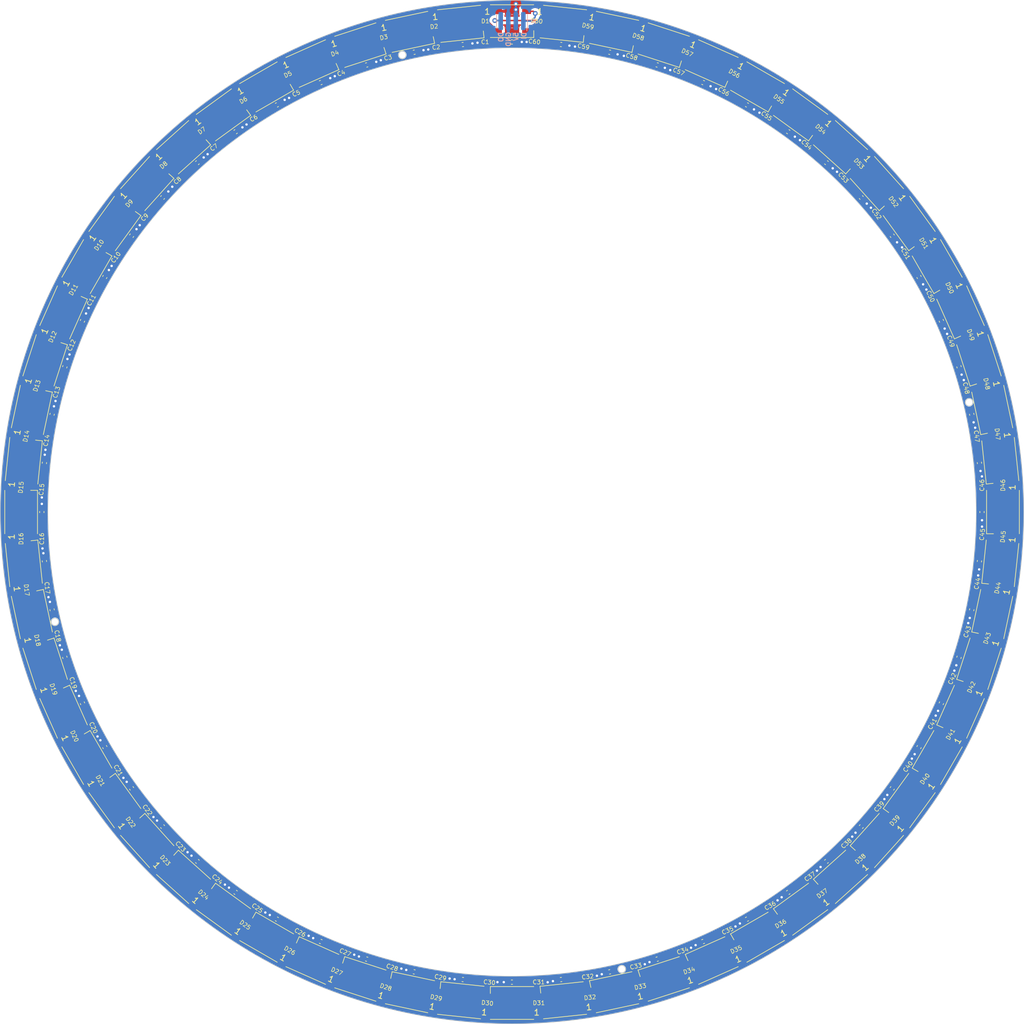
<source format=kicad_pcb>
(kicad_pcb (version 20221018) (generator pcbnew)
  (layers (0 "F.Cu" signal) (31 "B.Cu" signal) (34 "B.Paste" user) (35 "F.Paste" user) (36 "B.SilkS" user "B.Silkscreen") (37 "F.SilkS" user "F.Silkscreen") (38 "B.Mask" user) (39 "F.Mask" user) (44 "Edge.Cuts" user))
  (net 0 "")
  (net 1 "/VCC")
  (net 2 "Net-(D1-DOUT)")
  (net 3 "/GND")
  (net 4 "/DIN")
  (net 5 "Net-(D2-DOUT)")
  (net 6 "Net-(D3-DOUT)")
  (net 7 "Net-(D4-DOUT)")
  (net 8 "Net-(D5-DOUT)")
  (net 9 "Net-(D6-DOUT)")
  (net 10 "Net-(D7-DOUT)")
  (net 11 "Net-(D8-DOUT)")
  (net 12 "Net-(D10-DIN)")
  (net 13 "Net-(D10-DOUT)")
  (net 14 "Net-(D11-DOUT)")
  (net 15 "Net-(D12-DOUT)")
  (net 16 "Net-(D13-DOUT)")
  (net 17 "Net-(D14-DOUT)")
  (net 18 "Net-(D15-DOUT)")
  (net 19 "Net-(D16-DOUT)")
  (net 20 "Net-(D17-DOUT)")
  (net 21 "Net-(D18-DOUT)")
  (net 22 "Net-(D19-DOUT)")
  (net 23 "Net-(D20-DOUT)")
  (net 24 "Net-(D21-DOUT)")
  (net 25 "Net-(D22-DOUT)")
  (net 26 "Net-(D23-DOUT)")
  (net 27 "Net-(D24-DOUT)")
  (net 28 "Net-(D25-DOUT)")
  (net 29 "Net-(D26-DOUT)")
  (net 30 "Net-(D27-DOUT)")
  (net 31 "Net-(D28-DOUT)")
  (net 32 "Net-(D29-DOUT)")
  (net 33 "Net-(D30-DOUT)")
  (net 34 "Net-(D31-DOUT)")
  (net 35 "Net-(D32-DOUT)")
  (net 36 "Net-(D33-DOUT)")
  (net 37 "Net-(D34-DOUT)")
  (net 38 "Net-(D35-DOUT)")
  (net 39 "Net-(D36-DOUT)")
  (net 40 "Net-(D37-DOUT)")
  (net 41 "Net-(D38-DOUT)")
  (net 42 "Net-(D39-DOUT)")
  (net 43 "Net-(D40-DOUT)")
  (net 44 "Net-(D41-DOUT)")
  (net 45 "Net-(D42-DOUT)")
  (net 46 "Net-(D43-DOUT)")
  (net 47 "Net-(D44-DOUT)")
  (net 48 "Net-(D45-DOUT)")
  (net 49 "Net-(D46-DOUT)")
  (net 50 "Net-(D47-DOUT)")
  (net 51 "Net-(D48-DOUT)")
  (net 52 "Net-(D49-DOUT)")
  (net 53 "Net-(D50-DOUT)")
  (net 54 "Net-(D51-DOUT)")
  (net 55 "Net-(D52-DOUT)")
  (net 56 "Net-(D53-DOUT)")
  (net 57 "Net-(D54-DOUT)")
  (net 58 "Net-(D55-DOUT)")
  (net 59 "Net-(D56-DOUT)")
  (net 60 "Net-(D57-DOUT)")
  (net 61 "Net-(D58-DOUT)")
  (net 62 "Net-(D59-DOUT)")
  (net 63 "/DOUT")
  (footprint "LOTR:LED_WS2812B_PLCC4_5.0x5.0mm_P3.2mm" (layer "F.Cu") (at 180.697177 82.847285 -78)
    (fp_text reference "D48")
    (fp_text value "WS2812B")
  )
  (footprint "LOTR:C_0402_1005Metric" (layer "F.Cu") (at 172.150091 67.867805 -66)
    (fp_text reference "C50")
    (fp_text value "100nF")
  )
  (footprint "LOTR:C_0402_1005Metric" (layer "F.Cu") (at 178.547229 108.257748 -96)
    (fp_text reference "C45")
    (fp_text value "100nF")
  )
  (footprint "LOTR:LED_WS2812B_PLCC4_5.0x5.0mm_P3.2mm" (layer "F.Cu") (at 51.507716 33.256097 36)
    (fp_text reference "D7")
    (fp_text value "WS2812B")
  )
  (footprint "LOTR:C_0402_1005Metric" (layer "F.Cu") (at 67.847805 172.170091 156)
    (fp_text reference "C27")
    (fp_text value "100nF")
  )
  (footprint "LOTR:C_0402_1005Metric" (layer "F.Cu") (at 60.48 168.416006 150)
    (fp_text reference "C26")
    (fp_text value "100nF")
  )
  (footprint "LOTR:C_0402_1005Metric" (layer "F.Cu") (at 53.544965 36.087657 36)
    (fp_text reference "C7")
    (fp_text value "100nF")
  )
  (footprint "LOTR:LED_WS2812B_PLCC4_5.0x5.0mm_P3.2mm" (layer "F.Cu") (at 171.447095 141.25 -120)
    (fp_text reference "D41")
    (fp_text value "WS2812B")
  )
  (footprint "LOTR:C_0402_1005Metric" (layer "F.Cu") (at 31.563993 60.499999 60)
    (fp_text reference "C11")
    (fp_text value "100nF")
  )
  (footprint "LOTR:LED_WS2812B_PLCC4_5.0x5.0mm_P3.2mm" (layer "F.Cu") (at 82.847285 180.697177 168)
    (fp_text reference "D29")
    (fp_text value "WS2812B")
  )
  (footprint "LOTR:LED_WS2812B_PLCC4_5.0x5.0mm_P3.2mm" (layer "F.Cu") (at 161.309448 155.203275 -132)
    (fp_text reference "D39")
    (fp_text value "WS2812B")
  )
  (footprint "LOTR:C_0402_1005Metric" (layer "F.Cu") (at 36.067657 146.435034 126)
    (fp_text reference "C22")
    (fp_text value "100nF")
  )
  (footprint "LOTR:LED_WS2812B_PLCC4_5.0x5.0mm_P3.2mm" (layer "F.Cu") (at 108.623598 182.048056 -174)
    (fp_text reference "D32")
    (fp_text value "WS2812B")
  )
  (footprint "LOTR:LED_WS2812B_PLCC4_5.0x5.0mm_P3.2mm" (layer "F.Cu") (at 33.256097 148.492283 126)
    (fp_text reference "D22")
    (fp_text value "WS2812B")
  )
  (footprint "LOTR:LED_WS2812B_PLCC4_5.0x5.0mm_P3.2mm" (layer "F.Cu") (at 180.697177 117.152714 -102)
    (fp_text reference "D44")
    (fp_text value "WS2812B")
  )
  (footprint "LOTR:C_0402_1005Metric" (layer "F.Cu") (at 108.237748 178.567229 -174)
    (fp_text reference "C32")
    (fp_text value "100nF")
  )
  (footprint "LOTR:C_0402_1005Metric" (layer "F.Cu") (at 22.706339 83.574976 78)
    (fp_text reference "C14")
    (fp_text value "100nF")
  )
  (footprint "LOTR:LED_WS2812B_PLCC4_5.0x5.0mm_P3.2mm" (layer "F.Cu") (at 133.555773 175.3675 -156)
    (fp_text reference "D35")
    (fp_text value "WS2812B")
  )
  (footprint "LOTR:C_0402_1005Metric" (layer "F.Cu") (at 168.396006 139.5 -120)
    (fp_text reference "C41")
    (fp_text value "100nF")
  )
  (footprint "LOTR:LED_WS2812B_PLCC4_5.0x5.0mm_P3.2mm" (layer "F.Cu") (at 182.048056 108.623598 -96)
    (fp_text reference "D45")
    (fp_text value "WS2812B")
  )
  (footprint "LOTR:LED_WS2812B_PLCC4_5.0x5.0mm_P3.2mm" (layer "F.Cu") (at 21.537837 74.506097 72)
    (fp_text reference "D13")
    (fp_text value "WS2812B")
  )
  (footprint "LOTR:C_0402_1005Metric" (layer "F.Cu") (at 177.25366 83.574976 -78)
    (fp_text reference "C48")
    (fp_text value "100nF")
  )
  (footprint "LOTR:LED_WS2812B_PLCC4_5.0x5.0mm_P3.2mm" (layer "F.Cu") (at 175.3675 133.555773 -114)
    (fp_text reference "D42")
    (fp_text value "WS2812B")
  )
  (footprint "LOTR:LED_WS2812B_PLCC4_5.0x5.0mm_P3.2mm" (layer "F.Cu") (at 155.203275 161.309448 -138)
    (fp_text reference "D38")
    (fp_text value "WS2812B")
  )
  (footprint "LOTR:LED_WS2812B_PLCC4_5.0x5.0mm_P3.2mm" (layer "F.Cu") (at 155.203275 38.690551 -42)
    (fp_text reference "D54")
    (fp_text value "WS2812B")
  )
  (footprint "LOTR:LED_WS2812B_PLCC4_5.0x5.0mm_P3.2mm" (layer "F.Cu") (at 148.492283 166.743902 -144)
    (fp_text reference "D37")
    (fp_text value "WS2812B")
  )
  (footprint "LOTR:C_0402_1005Metric" (layer "F.Cu") (at 75.567657 175.133464 162)
    (fp_text reference "C28")
    (fp_text value "100nF")
  )
  (footprint "LOTR:C_0402_1005Metric" (layer "F.Cu") (at 91.722251 178.567229 174)
    (fp_text reference "C30")
    (fp_text value "100nF")
  )
  (footprint "LOTR:C_0402_1005Metric" (layer "F.Cu") (at 67.847805 27.829908 24)
    (fp_text reference "C5")
    (fp_text value "100nF")
  )
  (footprint "LOTR:LED_WS2812B_PLCC4_5.0x5.0mm_P3.2mm" (layer "F.Cu") (at 17.5 100 90)
    (fp_text reference "D16")
    (fp_text value "WS2812B")
  )
  (footprint "LOTR:LED_WS2812B_PLCC4_5.0x5.0mm_P3.2mm" (layer "F.Cu") (at 125.493902 178.462162 -162)
    (fp_text reference "D34")
    (fp_text value "WS2812B")
  )
  (footprint "LOTR:C_0402_1005Metric" (layer "F.Cu") (at 146.415034 163.912342 -144)
    (fp_text reference "C37")
    (fp_text value "100nF")
  )
  (footprint "LOTR:C_0402_1005Metric" (layer "F.Cu") (at 116.405023 177.27366 -168)
    (fp_text reference "C33")
    (fp_text value "100nF")
  )
  (footprint "LOTR:LED_WS2812B_PLCC4_5.0x5.0mm_P3.2mm" (layer "F.Cu") (at 19.302822 117.152714 102)
    (fp_text reference "D18")
    (fp_text value "WS2812B")
  )
  (footprint "LOTR:LED_WS2812B_PLCC4_5.0x5.0mm_P3.2mm" (layer "F.Cu") (at 33.256097 51.507716 54)
    (fp_text reference "D10")
    (fp_text value "WS2812B")
  )
  (footprint "LOTR:LED_WS2812B_PLCC4_5.0x5.0mm_P3.2mm" (layer "F.Cu") (at 66.444226 24.632499 24)
    (fp_text reference "D5")
    (fp_text value "WS2812B")
  )
  (footprint "LOTR:LED_WS2812B_PLCC4_5.0x5.0mm_P3.2mm" (layer "F.Cu") (at 58.75 28.552904 30)
    (fp_text reference "D6")
    (fp_text value "WS2812B")
  )
  (footprint "LOTR:C_0402_1005Metric" (layer "F.Cu") (at 178.98 100 -90)
    (fp_text reference "C46")
    (fp_text value "100nF")
  )
  (footprint "LOTR:LED_WS2812B_PLCC4_5.0x5.0mm_P3.2mm" (layer "F.Cu") (at 24.632499 133.555773 114)
    (fp_text reference "D20")
    (fp_text value "WS2812B")
  )
  (footprint "LOTR:LED_WS2812B_PLCC4_5.0x5.0mm_P3.2mm" (layer "F.Cu") (at 21.537837 125.493902 108)
    (fp_text reference "D19")
    (fp_text value "WS2812B")
  )
  (footprint "LOTR:C_0402_1005Metric" (layer "F.Cu") (at 158.688441 47.138682 -48)
    (fp_text reference "C53")
    (fp_text value "100nF")
  )
  (footprint "LOTR:LED_WS2812B_PLCC4_5.0x5.0mm_P3.2mm" (layer "F.Cu") (at 148.492283 33.256097 -36)
    (fp_text reference "D55")
    (fp_text value "WS2812B")
  )
  (footprint "LOTR:LED_WS2812B_PLCC4_5.0x5.0mm_P3.2mm" (layer "F.Cu") (at 125.493902 21.537837 -18)
    (fp_text reference "D58")
    (fp_text value "WS2812B")
  )
  (footprint "LOTR:C_0402_1005Metric" (layer "F.Cu") (at 175.113464 124.412342 -108)
    (fp_text reference "C43")
    (fp_text value "100nF")
  )
  (footprint "LOTR:C_0402_1005Metric" (layer "F.Cu") (at 41.271558 152.861317 132)
    (fp_text reference "C23")
    (fp_text value "100nF")
  )
  (footprint "LOTR:C_0402_1005Metric" (layer "F.Cu") (at 152.841317 158.708441 -138)
    (fp_text reference "C38")
    (fp_text value "100nF")
  )
  (footprint "LOTR:LED_WS2812B_PLCC4_5.0x5.0mm_P3.2mm" (layer "F.Cu") (at 108.623598 17.951943 -6)
    (fp_text reference "D60")
    (fp_text value "WS2812B")
  )
  (footprint "LOTR:C_0402_1005Metric" (layer "F.Cu") (at 132.112194 172.170091 -156)
    (fp_text reference "C35")
    (fp_text value "100nF")
  )
  (footprint "LOTR:C_0402_1005Metric" (layer "F.Cu") (at 20.98 100 90)
    (fp_text reference "C16")
    (fp_text value "100nF")
  )
  (footprint "LOTR:LED_WS2812B_PLCC4_5.0x5.0mm_P3.2mm" (layer "F.Cu") (at 82.847285 19.302822 12)
    (fp_text reference "D3")
    (fp_text value "WS2812B")
  )
  (footprint "LOTR:C_0402_1005Metric" (layer "F.Cu") (at 99.98 21)
    (fp_text reference "C1")
    (fp_text value "100nF")
  )
  (footprint "LOTR:C_0402_1005Metric" (layer "F.Cu") (at 47.118682 41.291558 42)
    (fp_text reference "C8")
    (fp_text value "100nF")
  )
  (footprint "LOTR:LED_WS2812B_PLCC4_5.0x5.0mm_P3.2mm" (layer "F.Cu") (at 38.690551 155.203275 132)
    (fp_text reference "D23")
    (fp_text value "WS2812B")
  )
  (footprint "LOTR:C_0402_1005Metric" (layer "F.Cu") (at 24.846535 75.587657 72)
    (fp_text reference "C13")
    (fp_text value "100nF")
  )
  (footprint "LOTR:C_0402_1005Metric" (layer "F.Cu") (at 163.892342 146.435034 -126)
    (fp_text reference "C40")
    (fp_text value "100nF")
  )
  (footprint "LOTR:LED_WS2812B_PLCC4_5.0x5.0mm_P3.2mm" (layer "F.Cu") (at 117.152714 180.697177 -168)
    (fp_text reference "D33")
    (fp_text value "WS2812B")
  )
  (footprint "LOTR:C_0402_1005Metric" (layer "F.Cu") (at 91.722251 21.43277 6)
    (fp_text reference "C2")
    (fp_text value "100nF")
  )
  (footprint "LOTR:LED_WS2812B_PLCC4_5.0x5.0mm_P3.2mm" (layer "F.Cu") (at 161.309448 44.796724 -48)
    (fp_text reference "D53")
    (fp_text value "WS2812B")
  )
  (footprint "LOTR:C_0402_1005Metric" (layer "F.Cu") (at 158.688441 152.861317 -132)
    (fp_text reference "C39")
    (fp_text value "100nF")
  )
  (footprint "LOTR:LED_WS2812B_PLCC4_5.0x5.0mm_P3.2mm" (layer "F.Cu") (at 17.951943 91.376401 84)
    (fp_text reference "D15")
    (fp_text value "WS2812B")
  )
  (footprint "LOTR:C_0402_1005Metric" (layer "F.Cu") (at 60.48 31.583993 30)
    (fp_text reference "C6")
    (fp_text value "100nF")
  )
  (footprint "LOTR:C_0402_1005Metric" (layer "F.Cu") (at 139.48 168.416006 -150)
    (fp_text reference "C36")
    (fp_text value "100nF")
  )
  (footprint "LOTR:LED_WS2812B_PLCC4_5.0x5.0mm_P3.2mm" (layer "F.Cu") (at 175.3675 66.444226 -66)
    (fp_text reference "D50")
    (fp_text value "WS2812B")
  )
  (footprint "LOTR:LED_WS2812B_PLCC4_5.0x5.0mm_P3.2mm" (layer "F.Cu") (at 182.5 100 -90)
    (fp_text reference "D46")
    (fp_text value "WS2812B")
  )
  (footprint "LOTR:LED_WS2812B_PLCC4_5.0x5.0mm_P3.2mm" (layer "F.Cu") (at 58.75 171.447095 150)
    (fp_text reference "D26")
    (fp_text value "WS2812B")
  )
  (footprint "LOTR:LED_WS2812B_PLCC4_5.0x5.0mm_P3.2mm" (layer "F.Cu") (at 91.376401 17.951943 6)
    (fp_text reference "D2")
    (fp_text value "WS2812B")
  )
  (footprint "LOTR:C_0402_1005Metric" (layer "F.Cu") (at 22.706339 116.425023 102)
    (fp_text reference "C18")
    (fp_text value "100nF")
  )
  (footprint "LOTR:C_0402_1005Metric" (layer "F.Cu") (at 177.25366 116.425023 -102)
    (fp_text reference "C44")
    (fp_text value "100nF")
  )
  (footprint "LOTR:C_0402_1005Metric" (layer "F.Cu") (at 47.118682 158.708441 138)
    (fp_text reference "C24")
    (fp_text value "100nF")
  )
  (footprint "LOTR:LED_WS2812B_PLCC4_5.0x5.0mm_P3.2mm" (layer "F.Cu") (at 171.447095 58.749999 -60)
    (fp_text reference "D51")
    (fp_text value "WS2812B")
  )
  (footprint "LOTR:LED_WS2812B_PLCC4_5.0x5.0mm_P3.2mm" (layer "F.Cu") (at 44.796724 38.690551 42)
    (fp_text reference "D8")
    (fp_text value "WS2812B")
  )
  (footprint "LOTR:C_0402_1005Metric" (layer "F.Cu") (at 146.415034 36.087657 -36)
    (fp_text reference "C55")
    (fp_text value "100nF")
  )
  (footprint "LOTR:LED_WS2812B_PLCC4_5.0x5.0mm_P3.2mm" (layer "F.Cu") (at 28.552904 58.749999 60)
    (fp_text reference "D11")
    (fp_text value "WS2812B")
  )
  (footprint "LOTR:C_0402_1005Metric" (layer "F.Cu") (at 24.846535 124.412342 108)
    (fp_text reference "C19")
    (fp_text value "100nF")
  )
  (footprint "LOTR:LED_WS2812B_PLCC4_5.0x5.0mm_P3.2mm" (layer "F.Cu") (at 91.376401 182.048056 174)
    (fp_text reference "D30")
    (fp_text value "WS2812B")
  )
  (footprint "LOTR:C_0402_1005Metric" (layer "F.Cu") (at 99.979999 179 180)
    (fp_text reference "C31")
    (fp_text value "100nF")
  )
  (footprint "LOTR:LED_WS2812B_PLCC4_5.0x5.0mm_P3.2mm" (layer "F.Cu") (at 178.462162 125.493902 -108)
    (fp_text reference "D43")
    (fp_text value "WS2812B")
  )
  (footprint "LOTR:C_0402_1005Metric" (layer "F.Cu") (at 36.067657 53.564965 54)
    (fp_text reference "C10")
    (fp_text value "100nF")
  )
  (footprint "LOTR:C_0402_1005Metric" (layer "F.Cu") (at 83.554976 177.27366 168)
    (fp_text reference "C29")
    (fp_text value "100nF")
  )
  (footprint "LOTR:LED_WS2812B_PLCC4_5.0x5.0mm_P3.2mm" (layer "F.Cu") (at 182.048056 91.376401 -84)
    (fp_text reference "D47")
    (fp_text value "WS2812B")
  )
  (footprint "LOTR:C_0402_1005Metric" (layer "F.Cu") (at 116.405023 22.726339 -12)
    (fp_text reference "C59")
    (fp_text value "100nF")
  )
  (footprint "LOTR:LED_WS2812B_PLCC4_5.0x5.0mm_P3.2mm" (layer "F.Cu") (at 117.152714 19.302822 -12)
    (fp_text reference "D59")
    (fp_text value "WS2812B")
  )
  (footprint "LOTR:C_0402_1005Metric" (layer "F.Cu") (at 178.547229 91.742251 -84)
    (fp_text reference "C47")
    (fp_text value "100nF")
  )
  (footprint "LOTR:C_0402_1005Metric" (layer "F.Cu") (at 163.892342 53.564965 -54)
    (fp_text reference "C52")
    (fp_text value "100nF")
  )
  (footprint "LOTR:C_0402_1005Metric" (layer "F.Cu") (at 21.41277 91.742251 84)
    (fp_text reference "C15")
    (fp_text value "100nF")
  )
  (footprint "LOTR:LED_WS2812B_PLCC4_5.0x5.0mm_P3.2mm" (layer "F.Cu") (at 100 17.5)
    (fp_text reference "D1")
    (fp_text value "WS2812B")
  )
  (footprint "LOTR:LED_WS2812B_PLCC4_5.0x5.0mm_P3.2mm" (layer "F.Cu") (at 28.552904 141.25 120)
    (fp_text reference "D21")
    (fp_text value "WS2812B")
  )
  (footprint "LOTR:LED_WS2812B_PLCC4_5.0x5.0mm_P3.2mm" (layer "F.Cu") (at 99.999999 182.5 180)
    (fp_text reference "D31")
    (fp_text value "WS2812B")
  )
  (footprint "LOTR:LED_WS2812B_PLCC4_5.0x5.0mm_P3.2mm" (layer "F.Cu") (at 66.444226 175.3675 156)
    (fp_text reference "D27")
    (fp_text value "WS2812B")
  )
  (footprint "LOTR:LED_WS2812B_PLCC4_5.0x5.0mm_P3.2mm" (layer "F.Cu") (at 51.507716 166.743902 144)
    (fp_text reference "D25")
    (fp_text value "WS2812B")
  )
  (footprint "LOTR:C_0402_1005Metric" (layer "F.Cu") (at 53.544965 163.912342 144)
    (fp_text reference "C25")
    (fp_text value "100nF")
  )
  (footprint "LOTR:LED_WS2812B_PLCC4_5.0x5.0mm_P3.2mm" (layer "F.Cu") (at 74.506097 21.537837 18)
    (fp_text reference "D4")
    (fp_text value "WS2812B")
  )
  (footprint "LOTR:C_0402_1005Metric" (layer "F.Cu") (at 175.113464 75.587657 -72)
    (fp_text reference "C49")
    (fp_text value "100nF")
  )
  (footprint "LOTR:LED_WS2812B_PLCC4_5.0x5.0mm_P3.2mm" (layer "F.Cu") (at 44.796724 161.309448 138)
    (fp_text reference "D24")
    (fp_text value "WS2812B")
  )
  (footprint "LOTR:LED_WS2812B_PLCC4_5.0x5.0mm_P3.2mm" (layer "F.Cu") (at 19.302822 82.847285 78)
    (fp_text reference "D14")
    (fp_text value "WS2812B")
  )
  (footprint "LOTR:C_0402_1005Metric" (layer "F.Cu") (at 168.396006 60.499999 -60)
    (fp_text reference "C51")
    (fp_text value "100nF")
  )
  (footprint "LOTR:LED_WS2812B_PLCC4_5.0x5.0mm_P3.2mm" (layer "F.Cu") (at 24.632499 66.444226 66)
    (fp_text reference "D12")
    (fp_text value "WS2812B")
  )
  (footprint "LOTR:LED_WS2812B_PLCC4_5.0x5.0mm_P3.2mm" (layer "F.Cu") (at 141.25 171.447095 -150)
    (fp_text reference "D36")
    (fp_text value "WS2812B")
  )
  (footprint "LOTR:C_0402_1005Metric" (layer "F.Cu") (at 172.150091 132.132194 -114)
    (fp_text reference "C42")
    (fp_text value "100nF")
  )
  (footprint "LOTR:C_0402_1005Metric" (layer "F.Cu") (at 41.271558 47.138682 48)
    (fp_text reference "C9")
    (fp_text value "100nF")
  )
  (footprint "LOTR:LED_WS2812B_PLCC4_5.0x5.0mm_P3.2mm" (layer "F.Cu") (at 38.690551 44.796724 48)
    (fp_text reference "D9")
    (fp_text value "WS2812B")
  )
  (footprint "LOTR:C_0402_1005Metric" (layer "F.Cu") (at 27.809908 67.867805 66)
    (fp_text reference "C12")
    (fp_text value "100nF")
  )
  (footprint "LOTR:C_0402_1005Metric" (layer "F.Cu") (at 21.41277 108.257748 96)
    (fp_text reference "C17")
    (fp_text value "100nF")
  )
  (footprint "LOTR:C_0402_1005Metric" (layer "F.Cu") (at 31.563993 139.5 120)
    (fp_text reference "C21")
    (fp_text value "100nF")
  )
  (footprint "LOTR:C_0402_1005Metric" (layer "F.Cu") (at 152.841317 41.291558 -42)
    (fp_text reference "C54")
    (fp_text value "100nF")
  )
  (footprint "LOTR:C_0402_1005Metric" (layer "F.Cu") (at 75.567657 24.866535 18)
    (fp_text reference "C4")
    (fp_text value "100nF")
  )
  (footprint "LOTR:LED_WS2812B_PLCC4_5.0x5.0mm_P3.2mm" (layer "F.Cu") (at 74.506097 178.462162 162)
    (fp_text reference "D28")
    (fp_text value "WS2812B")
  )
  (footprint "LOTR:C_0402_1005Metric" (layer "F.Cu") (at 108.237748 21.43277 -6)
    (fp_text reference "C60")
    (fp_text value "100nF")
  )
  (footprint "LOTR:LED_WS2812B_PLCC4_5.0x5.0mm_P3.2mm" (layer "F.Cu") (at 166.743902 51.507716 -54)
    (fp_text reference "D52")
    (fp_text value "WS2812B")
  )
  (footprint "LOTR:C_0402_1005Metric" (layer "F.Cu") (at 132.112194 27.829908 -24)
    (fp_text reference "C57")
    (fp_text value "100nF")
  )
  (footprint "LOTR:C_0402_1005Metric" (layer "F.Cu") (at 83.554976 22.726339 12)
    (fp_text reference "C3")
    (fp_text value "100nF")
  )
  (footprint "LOTR:C_0402_1005Metric" (layer "F.Cu") (at 124.392342 175.133464 -162)
    (fp_text reference "C34")
    (fp_text value "100nF")
  )
  (footprint "LOTR:C_0402_1005Metric" (layer "F.Cu") (at 139.48 31.583993 -30)
    (fp_text reference "C56")
    (fp_text value "100nF")
  )
  (footprint "LOTR:C_0402_1005Metric" (layer "F.Cu") (at 27.809908 132.132194 114)
    (fp_text reference "C20")
    (fp_text value "100nF")
  )
  (footprint "LOTR:LED_WS2812B_PLCC4_5.0x5.0mm_P3.2mm" (layer "F.Cu") (at 141.25 28.552904 -30)
    (fp_text reference "D56")
    (fp_text value "WS2812B")
  )
  (footprint "LOTR:C_0402_1005Metric" (layer "F.Cu") (at 124.392342 24.866535 -18)
    (fp_text reference "C58")
    (fp_text value "100nF")
  )
  (footprint "LOTR:LED_WS2812B_PLCC4_5.0x5.0mm_P3.2mm" (layer "F.Cu") (at 133.555773 24.632499 -24)
    (fp_text reference "D57")
    (fp_text value "WS2812B")
  )
  (footprint "LOTR:LED_WS2812B_PLCC4_5.0x5.0mm_P3.2mm" (layer "F.Cu") (at 17.951943 108.623598 96)
    (fp_text reference "D17")
    (fp_text value "WS2812B")
  )
  (footprint "LOTR:LED_WS2812B_PLCC4_5.0x5.0mm_P3.2mm" (layer "F.Cu") (at 178.462162 74.506097 -72)
    (fp_text reference "D49")
    (fp_text value "WS2812B")
  )
  (footprint "LOTR:LED_WS2812B_PLCC4_5.0x5.0mm_P3.2mm" (layer "F.Cu") (at 166.743902 148.492283 -126)
    (fp_text reference "D40")
    (fp_text value "WS2812B")
  )
  (footprint "LOTR:PinHeader_1x04_P1.27mm_Vertical_SMD_Pin1Left" (layer "B.Cu") (at 100 17.49 90)
    (fp_text reference "J1")
    (fp_text value "IN")
  )
  (gr_circle (center 118.442184 176.817224) (end 117.807184 176.817224) (stroke (width 0.16)) (fill none) (layer "Edge.Cuts"))
  (gr_circle (center 23.182776 118.442184) (end 22.547776 118.442184) (stroke (width 0.16)) (fill none) (layer "Edge.Cuts"))
  (gr_circle (center 100 100) (end 22 100) (stroke (width 0.1)) (fill none) (layer "Edge.Cuts"))
  (gr_circle (center 81.557816 23.182776) (end 80.922816 23.182776) (stroke (width 0.16)) (fill none) (layer "Edge.Cuts"))
  (gr_circle (center 100 100) (end 14 100) (stroke (width 0.1)) (fill none) (layer "Edge.Cuts"))
  (gr_circle (center 176.817224 81.557816) (end 176.182224 81.557816) (stroke (width 0.16)) (fill none) (layer "Edge.Cuts"))
  (segment (start 106.359491 16.054887) (end 106.359491 15.259491) (width 0.25) (layer "F.Cu") (net 1))
  (segment (start 100.64 14.6) (end 98.2 14.6) (width 0.25) (layer "F.Cu") (net 1))
  (segment (start 97.55 15.25) (end 97.55 15.85) (width 0.25) (layer "F.Cu") (net 1))
  (segment (start 98.2 14.6) (end 97.55 15.25) (width 0.25) (layer "F.Cu") (net 1))
  (segment (start 106.359491 15.259491) (end 105.7 14.6) (width 0.25) (layer "F.Cu") (net 1))
  (segment (start 105.7 14.6) (end 100.64 14.6) (width 0.25) (layer "F.Cu") (net 1))
  (via (at 100.64 15.57) (size 0.8) (drill 0.4) (layers "F.Cu" "B.Cu") (net 1))
  (via (at 100.64 14.6) (size 0.8) (drill 0.4) (layers "F.Cu" "B.Cu") (net 1))
  (segment (start 100.635 15.575) (end 100.64 15.57) (width 0.25) (layer "B.Cu") (net 1))
  (segment (start 100.635 17.5) (end 100.635 15.575) (width 0.25) (layer "B.Cu") (net 1))
  (segment (start 100.64 14.6) (end 100.64 15.57) (width 0.25) (layer "B.Cu") (net 1))
  (segment (start 93.640508 16.054887) (end 94.454887 16.054887) (width 0.25) (layer "F.Cu") (net 2))
  (segment (start 94.454887 16.054887) (end 97.55 19.15) (width 0.25) (layer "F.Cu") (net 2))
  (segment (start 46.761972 158.381972) (end 46.13 157.75) (width 0.25) (layer "F.Cu") (net 3))
  (segment (start 77.95 24.07) (end 77.346064 23.466064) (width 0.25) (layer "F.Cu") (net 3))
  (segment (start 51.75 162.71442) (end 50.49547 163.96895) (width 0.25) (layer "F.Cu") (net 3))
  (segment (start 22.606541 115.955512) (end 22.606541 115.366541) (width 0.25) (layer "F.Cu") (net 3))
  (segment (start 108.715119 21.482944) (end 109.502944 21.482944) (width 0.25) (layer "F.Cu") (net 3))
  (segment (start 179.913295 110.65) (end 180.151 110.887705) (width 0.25) (layer "F.Cu") (net 3))
  (segment (start 27.614674 131.284674) (end 27.23 130.9) (width 0.25) (layer "F.Cu") (net 3))
  (segment (start 80.793878 178.57385) (end 80.793878 177.336122) (width 0.25) (layer "F.Cu") (net 3))
  (segment (start 163.610205 146.989795) (end 163.06 147.54) (width 0.25) (layer "F.Cu") (net 3))
  (segment (start 146.803362 36.369794) (end 146.979794 36.369794) (width 0.25) (layer "F.Cu") (net 3))
  (segment (start 20.276705 89.54) (end 19.848999 89.112294) (width 0.25) (layer "F.Cu") (net 3))
  (segment (start 42.806025 45.33) (end 41.55611 44.080085) (width 0.25) (layer "F.Cu") (net 3))
  (segment (start 153.198027 41.612741) (end 153.272741 41.612741) (width 0.25) (layer "F.Cu") (net 3))
  (segment (start 168.156006 140.193994) (end 167.66 140.69) (width 0.25) (layer "F.Cu") (net 3))
  (segment (start 21.462944 90.377056) (end 21.47 90.37) (width 0.25) (layer "F.Cu") (net 3))
  (segment (start 171.954857 132.570696) (end 171.954857 133.045143) (width 0.25) (layer "F.Cu") (net 3))
  (segment (start 178.98 100.48) (end 178.98 101.38) (width 0.25) (layer "F.Cu") (net 3))
  (segment (start 118.79 21.84227) (end 119.206121 21.426149) (width 0.25) (layer "F.Cu") (net 3))
  (segment (start 148.38 37.155578) (end 149.504529 36.031049) (width 0.25) (layer "F.Cu") (net 3))
  (segment (start 107.082597 178.617403) (end 106.87 178.83) (width 0.25) (layer "F.Cu") (net 3))
  (segment (start 65.82 171.21) (end 65.82 171.9208) (width 0.25) (layer "F.Cu") (net 3))
  (segment (start 177.176074 77.82) (end 177.65001 77.346064) (width 0.25) (layer "F.Cu") (net 3))
  (segment (start 22.806137 83.105465) (end 22.806137 82.443863) (width 0.25) (layer "F.Cu") (net 3))
  (segment (start 160.584123 48.86) (end 161.722629 47.721494) (width 0.25) (layer "F.Cu") (net 3))
  (segment (start 178.33 110.65) (end 179.913295 110.65) (width 0.25) (layer "F.Cu") (net 3))
  (segment (start 163.610205 146.823362) (end 163.610205 146.989795) (width 0.25) (layer "F.Cu") (net 3))
  (segment (start 85.92 22.27) (end 85.586801 21.936801) (width 0.25) (layer "F.Cu") (net 3))
  (segment (start 24.994863 74.565137) (end 25.28 74.28) (width 0.25) (layer "F.Cu") (net 3))
  (segment (start 110.58 21.78) (end 110.58 20.156704) (width 0.25) (layer "F.Cu") (net 3))
  (segment (start 130.08 174.290184) (end 130.646471 174.856655) (width 0.25) (layer "F.Cu") (net 3))
  (segment (start 162.57 148.24) (end 162.704421 148.24) (width 0.25) (layer "F.Cu") (net 3))
  (segment (start 146.979794 36.369794) (end 147.53 36.92) (width 0.25) (layer "F.Cu") (net 3))
  (segment (start 58.54 167.3) (end 58.54 167.706391) (width 0.25) (layer "F.Cu") (net 3))
  (segment (start 22.806137 82.443863) (end 23.02 82.23) (width 0.25) (layer "F.Cu") (net 3))
  (segment (start 117.486137 22.826137) (end 117.74 23.08) (width 0.25) (layer "F.Cu") (net 3))
  (segment (start 174.965136 125.444864) (end 174.66 125.75) (width 0.25) (layer "F.Cu") (net 3))
  (segment (start 175.261792 76.621792) (end 175.55 76.91) (width 0.25) (layer "F.Cu") (net 3))
  (segment (start 41.592741 46.781972) (end 41.592741 46.777259) (width 0.25) (layer "F.Cu") (net 3))
  (segment (start 171.950801 134.21) (end 172.863645 135.122844) (width 0.25) (layer "F.Cu") (net 3))
  (segment (start 24.698207 123.955835) (end 24.698207 123.498207) (width 0.25) (layer "F.Cu") (net 3))
  (segment (start 173.11 70.06) (end 174.150183 70.06) (width 0.25) (layer "F.Cu") (net 3))
  (segment (start 177.353458 84.044487) (end 177.353458 84.703458) (width 0.25) (layer "F.Cu") (net 3))
  (segment (start 134.29 28.91) (end 134.29 27.969198) (width 0.25) (layer "F.Cu") (net 3))
  (segment (start 137.55 170.489915) (end 138.303238 171.243153) (width 0.25) (layer "F.Cu") (net 3))
  (segment (start 90.357055 178.517055) (end 90.35 178.51) (width 0.25) (layer "F.Cu") (net 3))
  (segment (start 137.55 169.64) (end 137.55 170.489915) (width 0.25) (layer "F.Cu") (net 3))
  (segment (start 40.950375 152.504607) (end 40.950375 152.460375) (width 0.25) (layer "F.Cu") (net 3))
  (segment (start 175.261792 76.044164) (end 175.261792 76.621792) (width 0.25) (layer "F.Cu") (net 3))
  (segment (start 25.729815 130.06) (end 25.143344 130.646471) (width 0.25) (layer "F.Cu") (net 3))
  (segment (start 178.027729 118.66) (end 178.57385 119.206121) (width 0.25) (layer "F.Cu") (net 3))
  (segment (start 177.83 85.83) (end 179.349418 85.83) (width 0.25) (layer "F.Cu") (net 3))
  (segment (start 30.34 137.71) (end 29.350084 137.71) (width 0.25) (layer "F.Cu") (net 3))
  (segment (start 70.21 26.75) (end 70.21 25.999816) (width 0.25) (layer "F.Cu") (net 3))
  (segment (start 159.009624 47.495392) (end 159.009624 47.569624) (width 0.25) (layer "F.Cu") (net 3))
  (segment (start 165.788751 55.52) (end 166.849098 54.459653) (width 0.25) (layer "F.Cu") (net 3))
  (segment (start 22.09 114.3) (end 20.52058 114.3) (width 0.25) (layer "F.Cu") (net 3))
  (segment (start 110.58 20.156704) (end 110.887705 19.848999) (width 0.25) (layer "F.Cu") (net 3))
  (segment (start 94.195 21.135) (end 93.985452 20.925452) (width 0.25) (layer "F.Cu") (net 3))
  (segment (start 132.550696 28.025142) (end 132.945142 28.025142) (width 0.25) (layer "F.Cu") (net 3))
  (segment (start 60.064308 168.176006) (end 59.746006 168.176006) (width 0.25) (layer "F.Cu") (net 3))
  (segment (start 176.66 118.66) (end 178.027729 118.66) (width 0.25) (layer "F.Cu") (net 3))
  (segment (start 23.28 81.34) (end 21.972271 81.34) (width 0.25) (layer "F.Cu") (net 3))
  (segment (start 61.79 30.73) (end 61.176007 31.343993) (width 0.25) (layer "F.Cu") (net 3))
  (segment (start 177.153862 117.566138) (end 176.92 117.8) (width 0.25) (layer "F.Cu") (net 3))
  (segment (start 154.656024 42.82) (end 155.919914 41.55611) (width 0.25) (layer "F.Cu") (net 3))
  (segment (start 59.746006 168.176006) (end 59.29 167.72) (width 0.25) (layer "F.Cu") (net 3))
  (segment (start 157.17 154.646025) (end 158.443889 155.919914) (width 0.25) (layer "F.Cu") (net 3))
  (segment (start 41.592741 46.777259) (end 42.24 46.13) (width 0.25) (layer "F.Cu") (net 3))
  (segment (start 126.58 24.598284) (end 127.314112 23.864172) (width 0.25) (layer "F.Cu") (net 3))
  (segment (start 55.38 34.071248) (end 54.459653 33.150901) (width 0.25) (layer "F.Cu") (net 3))
  (segment (start 107.760377 178.617403) (end 107.082597 178.617403) (width 0.25) (layer "F.Cu") (net 3))
  (segment (start 167.19 141.44) (end 167.686391 141.44) (width 0.25) (layer "F.Cu") (net 3))
  (segment (start 42.9 45.33) (end 42.806025 45.33) (width 0.25) (layer "F.Cu") (net 3))
  (segment (start 164.174479 53.953293) (end 164.174479 54.144479) (width 0.25) (layer "F.Cu") (net 3))
  (segment (start 179.349418 85.83) (end 179.592617 85.586801) (width 0.25) (layer "F.Cu") (net 3))
  (segment (start 28.84 65.71) (end 27.969199 65.71) (width 0.25) (layer "F.Cu") (net 3))
  (segment (start 130.08 173.22) (end 130.08 174.290184) (width 0.25) (layer "F.Cu") (net 3))
  (segment (start 58.54 167.706391) (end 57.453238 168.793153) (width 0.25) (layer "F.Cu") (net 3))
  (segment (start 152.470376 159.029624) (end 151.85 159.65) (width 0.25) (layer "F.Cu") (net 3))
  (segment (start 164.174479 54.144479) (end 164.7 54.67) (width 0.25) (layer "F.Cu") (net 3))
  (segment (start 168.636006 61.286006) (end 169.08 61.73) (width 0.25) (layer "F.Cu") (net 3))
  (segment (start 160.31 48.86) (end 160.584123 48.86) (width 0.25) (layer "F.Cu") (net 3))
  (segment (start 148.38 37.5) (end 148.38 37.155578) (width 0.25) (layer "F.Cu") (net 3))
  (segment (start 19.442262 106.12) (end 19.336809 106.014547) (width 0.25) (layer "F.Cu") (net 3))
  (segment (start 97.55 179) (end 97.549999 180.85) (width 0.25) (layer "F.Cu") (net 3))
  (segment (start 151.24 160.684124) (end 152.278505 161.722629) (width 0.25) (layer "F.Cu") (net 3))
  (segment (start 77.346064 23.466064) (end 77.346064 22.349989) (width 0.25) (layer "F.Cu") (net 3))
  (segment (start 174.33 126.65) (end 175.471715 126.65) (width 0.25) (layer "F.Cu") (net 3))
  (segment (start 178.96 94.01) (end 180.638642 94.01) (width 0.25) (layer "F.Cu") (net 3))
  (segment (start 28.005142 67.034858) (end 28.41 66.63) (width 0.25) (layer "F.Cu") (net 3))
  (segment (start 31.323993 139.084308) (end 31.323993 138.853993) (width 0.25) (layer "F.Cu") (net 3))
  (segment (start 159.009624 47.569624) (end 159.61 48.17) (width 0.25) (layer "F.Cu") (net 3))
  (segment (start 36.349794 53.000206) (end 36.89 52.46) (width 0.25) (layer "F.Cu") (net 3))
  (segment (start 53.156637 163.630205) (end 52.940205 163.630205) (width 0.25) (layer "F.Cu") (net 3))
  (segment (start 115.376542 177.373458) (end 115.08 177.67) (width 0.25) (layer "F.Cu") (net 3))
  (segment (start 144.62 165.928752) (end 145.540346 166.849098) (width 0.25) (layer "F.Cu") (net 3))
  (segment (start 55.38 34.87) (end 55.38 34.071248) (width 0.25) (layer "F.Cu") (net 3))
  (segment (start 99.499999 179) (end 98.61 179) (width 0.25) (layer "F.Cu") (net 3))
  (segment (start 89.51 179.753294) (end 89.112294 180.151) (width 0.25) (layer "F.Cu") (net 3))
  (segment (start 45.363974 157.16) (end 44.080085 158.443889) (width 0.25) (layer "F.Cu") (net 3))
  (segment (start 168.156006 139.915692) (end 168.156006 140.193994) (width 0.25) (layer "F.Cu") (net 3))
  (segment (start 141.58 32.173608) (end 142.546762 31.206846) (width 0.25) (layer "F.Cu") (net 3))
  (segment (start 20.98 99.52) (end 20.98 98.63) (width 0.25) (layer "F.Cu") (net 3))
  (segment (start 93.985452 20.925452) (end 93.985452 19.336809) (width 0.25) (layer "F.Cu") (net 3))
  (segment (start 178.597403 92.967403) (end 178.73 93.1) (width 0.25) (layer "F.Cu") (net 3))
  (segment (start 141.58 32.89) (end 141.58 32.173608) (width 0.25) (layer "F.Cu") (net 3))
  (segment (start 35.78552 146.046706) (end 35.78552 145.88552) (width 0.25) (layer "F.Cu") (net 3))
  (segment (start 178.497055 108.735119) (end 178.497055 109.637055) (width 0.25) (layer "F.Cu") (net 3))
  (segment (start 178.597403 92.219622) (end 178.597403 92.967403) (width 0.25) (layer "F.Cu") (net 3))
  (segment (start 66.954857 171.974857) (end 66.58 171.6) (width 0.25) (layer "F.Cu") (net 3))
  (segment (start 123.935835 175.281792) (end 123.448208 175.281792) (width 0.25) (layer "F.Cu") (net 3))
  (segment (start 123.448208 175.281792) (end 123.1 175.63) (width 0.25) (layer "F.Cu") (net 3))
  (segment (start 47.619625 40.970375) (end 48.18 40.41) (width 0.25) (layer "F.Cu") (net 3))
  (segment (start 122.31 177.306075) (end 122.653935 177.65001) (width 0.25) (layer "F.Cu") (net 3))
  (segment (start 115.935512 177.373458) (end 115.376542 177.373458) (width 0.25) (layer "F.Cu") (net 3))
  (segment (start 167.686391 141.44) (end 168.793153 142.546762) (width 0.25) (layer "F.Cu") (net 3))
  (segment (start 144.62 165.25) (end 144.62 165.928752) (width 0.25) (layer "F.Cu") (net 3))
  (segment (start 180.638642 94.01) (end 180.66319 93.985452) (width 0.25) (layer "F.Cu") (net 3))
  (segment (start 83.085465 177.173862) (end 82.443862 177.173862) (width 0.25) (layer "F.Cu") (net 3))
  (segment (start 21.972271 81.34) (end 21.426149 80.793878) (width 0.25) (layer "F.Cu") (net 3))
  (segment (start 32.71 58.64) (end 32.393609 58.64) (width 0.25) (layer "F.Cu") (net 3))
  (segment (start 102.45 21) (end 102.45 19.15) (width 0.25) (layer "F.Cu") (net 3))
  (segment (start 140.153993 31.823993) (end 140.66 32.33) (width 0.25) (layer "F.Cu") (net 3))
  (segment (start 37.43 51.79) (end 37.325579 51.79) (width 0.25) (layer "F.Cu") (net 3))
  (segment (start 125.344863 25.014863) (end 125.68 25.35) (width 0.25) (layer "F.Cu") (net 3))
  (segment (start 165.54 55.52) (end 165.788751 55.52) (width 0.25) (layer "F.Cu") (net 3))
  (segment (start 170.329914 62.61) (end 171.243153 61.696761) (width 0.25) (layer "F.Cu") (net 3))
  (segment (start 27.969199 65.71) (end 27.136354 64.877155) (width 0.25) (layer "F.Cu") (net 3))
  (segment (start 24.698285 73.52) (end 23.864172 72.685887) (width 0.25) (layer "F.Cu") (net 3))
  (segment (start 158.367258 153.218027) (end 158.367258 153.242742) (width 0.25) (layer "F.Cu") (net 3))
  (segment (start 75.11115 174.985136) (end 74.565136 174.985136) (width 0.25) (layer "F.Cu") (net 3))
  (segment (start 152.484607 159.029624) (end 152.470376 159.029624) (width 0.25) (layer "F.Cu") (net 3))
  (segment (start 82.443862 177.173862) (end 82.22 176.95) (width 0.25) (layer "F.Cu") (net 3))
  (segment (start 24.994863 75.13115) (end 24.994863 74.565137) (width 0.25) (layer "F.Cu") (net 3))
  (segment (start 27.614674 131.693692) (end 27.614674 131.284674) (width 0.25) (layer "F.Cu") (net 3))
  (segment (start 25.63 73.52) (end 24.698285 73.52) (width 0.25) (layer "F.Cu") (net 3))
  (segment (start 26.69 130.06) (end 25.729815 130.06) (width 0.25) (layer "F.Cu") (net 3))
  (segment (start 68.895326 27.634674) (end 68.286307 27.634674) (width 0.25) (layer "F.Cu") (net 3))
  (segment (start 77.18 24.34) (end 76.801793 24.718207) (width 0.25) (layer "F.Cu") (net 3))
  (segment (start 85.586801 21.936801) (end 85.586801 20.407382) (width 0.25) (layer "F.Cu") (net 3))
  (segment (start 162.704421 148.24) (end 163.96895 149.504529) (width 0.25) (layer "F.Cu") (net 3))
  (segment (start 145.845521 164.194479) (end 145.31 164.73) (width 0.25) (layer "F.Cu") (net 3))
  (segment (start 21.462944 91.26488) (end 21.462944 90.377056) (width 0.25) (layer "F.Cu") (net 3))
  (segment (start 37.325579 51.79) (end 36.031049 50.49547) (width 0.25) (layer "F.Cu") (net 3))
  (segment (start 126.58 25.73) (end 126.58 24.598284) (width 0.25) (layer "F.Cu") (net 3))
  (segment (start 80.793878 177.336122) (end 81.4 176.73) (width 0.25) (layer "F.Cu") (net 3))
  (segment (start 154.61 42.82) (end 154.656024 42.82) (width 0.25) (layer "F.Cu") (net 3))
  (segment (start 178.497055 109.637055) (end 178.5 109.64) (width 0.25) (layer "F.Cu") (net 3))
  (segment (start 76.801793 24.718207) (end 76.024164 24.718207) (width 0.25) (layer "F.Cu") (net 3))
  (segment (start 73.48 175.341714) (end 72.685887 176.135827) (width 0.25) (layer "F.Cu") (net 3))
  (segment (start 65.82 171.9208) (end 64.877155 172.863645) (width 0.25) (layer "F.Cu") (net 3))
  (segment (start 74.565136 174.985136) (end 74.27 174.69) (width 0.25) (layer "F.Cu") (net 3))
  (segment (start 24.698207 123.498207) (end 24.34 123.14) (width 0.25) (layer "F.Cu") (net 3))
  (segment (start 85.12 22.38) (end 84.873459 22.626541) (width 0.25) (layer "F.Cu") (net 3))
  (segment (start 114.26 177.93) (end 114.26 179.439419) (width 0.25) (layer "F.Cu") (net 3))
  (segment (start 178.98 102.45) (end 180.85 102.45) (width 0.25) (layer "F.Cu") (net 3))
  (segment (start 177.153862 116.894534) (end 177.153862 117.566138) (width 0.25) (layer "F.Cu") (net 3))
  (segment (start 118.79 23.34) (end 118.79 21.84227) (width 0.25) (layer "F.Cu") (net 3))
  (segment (start 67.409303 171.974857) (end 66.954857 171.974857) (width 0.25) (layer "F.Cu") (net 3))
  (segment (start 93.34 21.25) (end 93.207404 21.382596) (width 0.25) (layer "F.Cu") (net 3))
  (segment (start 21.362596 107.780377) (end 21.362596 107.042596) (width 0.25) (layer "F.Cu") (net 3))
  (segment (start 48.84 39.86) (end 48.84 39.395876) (width 0.25) (layer "F.Cu") (net 3))
  (segment (start 39.305875 151.25) (end 38.27737 152.278505) (width 0.25) (layer "F.Cu") (net 3))
  (segment (start 24.01 122.39) (end 22.613924 122.39) (width 0.25) (layer "F.Cu") (net 3))
  (segment (start 175.92 77.82) (end 177.176074 77.82) (width 0.25) (layer "F.Cu") (net 3))
  (segment (start 158.367258 153.242742) (end 157.72 153.89) (width 0.25) (layer "F.Cu") (net 3))
  (segment (start 131.264675 172.365325) (end 130.85 172.78) (width 0.25) (layer "F.Cu") (net 3))
  (segment (start 131.673692 172.365325) (end 131.264675 172.365325) (width 0.25) (layer "F.Cu") (net 3))
  (segment (start 124.848849 25.014863) (end 125.344863 25.014863) (width 0.25) (layer "F.Cu") (net 3))
  (segment (start 169.63 62.61) (end 170.329914 62.61) (width 0.25) (layer "F.Cu") (net 3))
  (segment (start 61.176007 31.343993) (end 60.895692 31.343993) (width 0.25) (layer "F.Cu") (net 3))
  (segment (start 73.48 174.39) (end 73.48 175.341714) (width 0.25) (layer "F.Cu") (net 3))
  (segment (start 84.873459 22.626541) (end 84.024487 22.626541) (width 0.25) (layer "F.Cu") (net 3))
  (segment (start 139.064308 168.656006) (end 138.773994 168.656006) (width 0.25) (layer "F.Cu") (net 3))
  (segment (start 52.940205 163.630205) (end 52.43 163.12) (width 0.25) (layer "F.Cu") (net 3))
  (segment (start 21.09 106.12) (end 19.442262 106.12) (width 0.25) (layer "F.Cu") (net 3))
  (segment (start 116.874534 22.826137) (end 117.486137 22.826137) (width 0.25) (layer "F.Cu") (net 3))
  (segment (start 36.349794 53.176637) (end 36.349794 53.000206) (width 0.25) (layer "F.Cu") (net 3))
  (segment (start 33.150901 145.540346) (end 33.819654 145.540346) (width 0.25) (layer "F.Cu") (net 3))
  (segment (start 105.99 180.638643) (end 106.014547 180.66319) (width 0.25) (layer "F.Cu") (net 3))
  (segment (start 32.393609 58.64) (end 31.206846 57.453237) (width 0.25) (layer "F.Cu") (net 3))
  (segment (start 48.84 39.395876) (end 47.721494 38.27737) (width 0.25) (layer "F.Cu") (net 3))
  (segment (start 62.53 30.41) (end 62.53 29.590084) (width 0.25) (layer "F.Cu") (net 3))
  (segment (start 70.21 25.999816) (end 69.353528 25.143344) (width 0.25) (layer "F.Cu") (net 3))
  (segment (start 134.29 27.969198) (end 135.122844 27.136354) (width 0.25) (layer "F.Cu") (net 3))
  (segment (start 122.31 175.99) (end 122.31 177.306075) (width 0.25) (layer "F.Cu") (net 3))
  (segment (start 174.965136 124.868849) (end 174.965136 125.444864) (width 0.25) (layer "F.Cu") (net 3))
  (segment (start 93.207404 21.382596) (end 92.199622 21.382596) (width 0.25) (layer "F.Cu") (net 3))
  (segment (start 54.69 35.35) (end 54.23448 35.80552) (width 0.25) (layer "F.Cu") (net 3))
  (segment (start 89.51 178.4) (end 89.51 179.753294) (width 0.25) (layer "F.Cu") (net 3))
  (segment (start 157.17 154.55) (end 157.17 154.646025) (width 0.25) (layer "F.Cu") (net 3))
  (segment (start 69.45 27.08) (end 68.895326 27.634674) (width 0.25) (layer "F.Cu") (net 3))
  (segment (start 175.471715 126.65) (end 176.135827 127.314112) (width 0.25) (layer "F.Cu") (net 3))
  (segment (start 153.272741 41.612741) (end 153.89 42.23) (width 0.25) (layer "F.Cu") (net 3))
  (segment (start 22.613924 122.39) (end 22.349989 122.653935) (width 0.25) (layer "F.Cu") (net 3))
  (segment (start 33.819654 145.540346) (end 34.69 144.67) (width 0.25) (layer "F.Cu") (net 3))
  (segment (start 151.24 160.26) (end 151.24 160.684124) (width 0.25) (layer "F.Cu") (net 3))
  (segment (start 31.323993 138.853993) (end 30.82 138.35) (width 0.25) (layer "F.Cu") (net 3))
  (segment (start 47.475392 40.970375) (end 47.619625 40.970375) (width 0.25) (layer "F.Cu") (net 3))
  (segment (start 40.950375 152.460375) (end 40.34 151.85) (width 0.25) (layer "F.Cu") (net 3))
  (segment (start 28.005142 67.429303) (end 28.005142 67.034858) (width 0.25) (layer "F.Cu") (net 3))
  (segment (start 146.026706 164.194479) (end 145.845521 164.194479) (width 0.25) (layer "F.Cu") (net 3))
  (segment (start 171.954857 133.045143) (end 171.59 133.41) (width 0.25) (layer "F.Cu") (net 3))
  (segment (start 177.353458 84.703458) (end 177.57 84.92) (width 0.25) (layer "F.Cu") (net 3))
  (segment (start 35.78552 145.88552) (end 35.24 145.34) (width 0.25) (layer "F.Cu") (net 3))
  (segment (start 132.945142 28.025142) (end 133.36 28.44) (width 0.25) (layer "F.Cu") (net 3))
  (segment (start 172.345325 68.815325) (end 172.7 69.17) (width 0.25) (layer "F.Cu") (net 3))
  (segment (start 174.150183 70.06) (end 174.856655 69.353528) (width 0.25) (layer "F.Cu") (net 3))
  (segment (start 62.53 29.590084) (end 61.696762 28.756846) (width 0.25) (layer "F.Cu") (net 3))
  (segment (start 54.23448 35.80552) (end 53.933293 35.80552) (width 0.25) (layer "F.Cu") (net 3))
  (segment (start 114.26 179.439419) (end 114.413198 179.592617) (width 0.25) (layer "F.Cu") (net 3))
  (segment (start 22.606541 115.366541) (end 22.34 115.1) (width 0.25) (layer "F.Cu") (net 3))
  (segment (start 21.362596 107.042596) (end 21.24 106.92) (width 0.25) (layer "F.Cu") (net 3))
  (segment (start 109.502944 21.482944) (end 109.64 21.62) (width 0.25) (layer "F.Cu") (net 3))
  (segment (start 31.803993 60.084307) (end 31.803993 59.776007) (width 0.25) (layer "F.Cu") (net 3))
  (segment (start 46.761972 158.387258) (end 46.761972 158.381972) (width 0.25) (layer "F.Cu") (net 3))
  (segment (start 171.2 134.21) (end 171.950801 134.21) (width 0.25) (layer "F.Cu") (net 3))
  (segment (start 45.47 157.16) (end 45.363974 157.16) (width 0.25) (layer "F.Cu") (net 3))
  (segment (start 138.773994 168.656006) (end 138.29 169.14) (width 0.25) (layer "F.Cu") (net 3))
  (segment (start 91.24488 178.517055) (end 90.357055 178.517055) (width 0.25) (layer "F.Cu") (net 3))
  (segment (start 168.636006 60.915691) (end 168.636006 61.286006) (width 0.25) (layer "F.Cu") (net 3))
  (segment (start 105.99 179.02) (end 105.99 180.638643) (width 0.25) (layer "F.Cu") (net 3))
  (segment (start 51.75 162.61) (end 51.75 162.71442) (width 0.25) (layer "F.Cu") (net 3))
  (segment (start 31.803993 59.776007) (end 32.25 59.33) (width 0.25) (layer "F.Cu") (net 3))
  (segment (start 20.52058 114.3) (end 20.407382 114.413198) (width 0.25) (layer "F.Cu") (net 3))
  (segment (start 20.98 97.55) (end 19.15 97.55) (width 0.25) (layer "F.Cu") (net 3))
  (segment (start 100.46 21) (end 101.64 21) (width 0.25) (layer "F.Cu") (net 3))
  (segment (start 39.74 151.25) (end 39.305875 151.25) (width 0.25) (layer "F.Cu") (net 3))
  (segment (start 29.350084 137.71) (end 28.756846 138.303238) (width 0.25) (layer "F.Cu") (net 3))
  (segment (start 21.59 89.54) (end 20.276705 89.54) (width 0.25) (layer "F.Cu") (net 3))
  (segment (start 172.345325 68.306307) (end 172.345325 68.815325) (width 0.25) (layer "F.Cu") (net 3))
  (segment (start 139.895692 31.823993) (end 140.153993 31.823993) (width 0.25) (layer "F.Cu") (net 3))
  (via (at 61.79 30.73) (size 0.8) (drill 0.4) (layers "F.Cu" "B.Cu") (net 3))
  (via (at 147.53 36.92) (size 0.8) (drill 0.4) (layers "F.Cu" "B.Cu") (net 3))
  (via (at 32.25 59.33) (size 0.8) (drill 0.4) (layers "F.Cu" "B.Cu") (net 3))
  (via (at 171.2 134.21) (size 0.8) (drill 0.4) (layers "F.Cu" "B.Cu") (net 3))
  (via (at 141.58 32.89) (size 0.8) (drill 0.4) (layers "F.Cu" "B.Cu") (net 3))
  (via (at 51.75 162.61) (size 0.8) (drill 0.4) (layers "F.Cu" "B.Cu") (net 3))
  (via (at 109.64 21.62) (size 0.8) (drill 0.4) (layers "F.Cu" "B.Cu") (net 3))
  (via (at 59.29 167.72) (size 0.8) (drill 0.4) (layers "F.Cu" "B.Cu") (net 3))
  (via (at 21.59 89.54) (size 0.8) (drill 0.4) (layers "F.Cu" "B.Cu") (net 3))
  (via (at 178.98 101.38) (size 0.8) (drill 0.4) (layers "F.Cu" "B.Cu") (net 3))
  (via (at 171.59 133.41) (size 0.8) (drill 0.4) (layers "F.Cu" "B.Cu") (net 3))
  (via (at 24.01 122.39) (size 0.8) (drill 0.4) (layers "F.Cu" "B.Cu") (net 3))
  (via (at 93.34 21.25) (size 0.8) (drill 0.4) (layers "F.Cu" "B.Cu") (net 3))
  (via (at 114.26 177.93) (size 0.8) (drill 0.4) (layers "F.Cu" "B.Cu") (net 3))
  (via (at 48.84 39.86) (size 0.8) (drill 0.4) (layers "F.Cu" "B.Cu") (net 3))
  (via (at 144.62 165.25) (size 0.8) (drill 0.4) (layers "F.Cu" "B.Cu") (net 3))
  (via (at 28.41 66.63) (size 0.8) (drill 0.4) (layers "F.Cu" "B.Cu") (net 3))
  (via (at 97.55 179) (size 0.8) (drill 0.4) (layers "F.Cu" "B.Cu") (net 3))
  (via (at 22.34 115.1) (size 0.8) (drill 0.4) (layers "F.Cu" "B.Cu") (net 3))
  (via (at 110.58 21.78) (size 0.8) (drill 0.4) (layers "F.Cu" "B.Cu") (net 3))
  (via (at 163.06 147.54) (size 0.8) (drill 0.4) (layers "F.Cu" "B.Cu") (net 3))
  (via (at 153.89 42.23) (size 0.8) (drill 0.4) (layers "F.Cu" "B.Cu") (net 3))
  (via (at 134.29 28.91) (size 0.8) (drill 0.4) (layers "F.Cu" "B.Cu") (net 3))
  (via (at 157.17 154.55) (size 0.8) (drill 0.4) (layers "F.Cu" "B.Cu") (net 3))
  (via (at 178.96 94.01) (size 0.8) (drill 0.4) (layers "F.Cu" "B.Cu") (net 3))
  (via (at 20.98 98.63) (size 0.8) (drill 0.4) (layers "F.Cu" "B.Cu") (net 3))
  (via (at 105.99 179.02) (size 0.8) (drill 0.4) (layers "F.Cu" "B.Cu") (net 3))
  (via (at 172.7 69.17) (size 0.8) (drill 0.4) (layers "F.Cu" "B.Cu") (net 3))
  (via (at 154.61 42.82) (size 0.8) (drill 0.4) (layers "F.Cu" "B.Cu") (net 3))
  (via (at 65.82 171.21) (size 0.8) (drill 0.4) (layers "F.Cu" "B.Cu") (net 3))
  (via (at 22.09 114.3) (size 0.8) (drill 0.4) (layers "F.Cu" "B.Cu") (net 3))
  (via (at 115.08 177.67) (size 0.8) (drill 0.4) (layers "F.Cu" "B.Cu") (net 3))
  (via (at 165.54 55.52) (size 0.8) (drill 0.4) (layers "F.Cu" "B.Cu") (net 3))
  (via (at 25.63 73.52) (size 0.8) (drill 0.4) (layers "F.Cu" "B.Cu") (net 3))
  (via (at 130.08 173.22) (size 0.8) (drill 0.4) (layers "F.Cu" "B.Cu") (net 3))
  (via (at 176.66 118.66) (size 0.8) (drill 0.4) (layers "F.Cu" "B.Cu") (net 3))
  (via (at 52.43 163.12) (size 0.8) (drill 0.4) (layers "F.Cu" "B.Cu") (net 3))
  (via (at 118.79 23.34) (size 0.8) (drill 0.4) (layers "F.Cu" "B.Cu") (net 3))
  (via (at 162.57 148.24) (size 0.8) (drill 0.4) (layers "F.Cu" "B.Cu") (net 3))
  (via (at 159.61 48.17) (size 0.8) (drill 0.4) (layers "F.Cu" "B.Cu") (net 3))
  (via (at 126.58 25.73) (size 0.8) (drill 0.4) (layers "F.Cu" "B.Cu") (net 3))
  (via (at 123.1 175.63) (size 0.8) (drill 0.4) (layers "F.Cu" "B.Cu") (net 3))
  (via (at 73.48 174.39) (size 0.8) (drill 0.4) (layers "F.Cu" "B.Cu") (net 3))
  (via (at 138.29 169.14) (size 0.8) (drill 0.4) (layers "F.Cu" "B.Cu") (net 3))
  (via (at 62.53 30.41) (size 0.8) (drill 0.4) (layers "F.Cu" "B.Cu") (net 3))
  (via (at 140.66 32.33) (size 0.8) (drill 0.4) (layers "F.Cu" "B.Cu") (net 3))
  (via (at 21.24 106.92) (size 0.8) (drill 0.4) (layers "F.Cu" "B.Cu") (net 3))
  (via (at 151.85 159.65) (size 0.8) (drill 0.4) (layers "F.Cu" "B.Cu") (net 3))
  (via (at 35.24 145.34) (size 0.8) (drill 0.4) (layers "F.Cu" "B.Cu") (net 3))
  (via (at 85.92 22.27) (size 0.8) (drill 0.4) (layers "F.Cu" "B.Cu") (net 3))
  (via (at 167.19 141.44) (size 0.8) (drill 0.4) (layers "F.Cu" "B.Cu") (net 3))
  (via (at 70.21 26.75) (size 0.8) (drill 0.4) (layers "F.Cu" "B.Cu") (net 3))
  (via (at 81.4 176.73) (size 0.8) (drill 0.4) (layers "F.Cu" "B.Cu") (net 3))
  (via (at 37.43 51.79) (size 0.8) (drill 0.4) (layers "F.Cu" "B.Cu") (net 3))
  (via (at 178.33 110.65) (size 0.8) (drill 0.4) (layers "F.Cu" "B.Cu") (net 3))
  (via (at 169.63 62.61) (size 0.8) (drill 0.4) (layers "F.Cu" "B.Cu") (net 3))
  (via (at 151.24 160.26) (size 0.8) (drill 0.4) (layers "F.Cu" "B.Cu") (net 3))
  (via (at 40.34 151.85) (size 0.8) (drill 0.4) (layers "F.Cu" "B.Cu") (net 3))
  (via (at 178.98 102.45) (size 0.8) (drill 0.4) (layers "F.Cu" "B.Cu") (net 3))
  (via (at 167.66 140.69) (size 0.8) (drill 0.4) (layers "F.Cu" "B.Cu") (net 3))
  (via (at 178.5 109.64) (size 0.8) (drill 0.4) (layers "F.Cu" "B.Cu") (net 3))
  (via (at 122.31 175.99) (size 0.8) (drill 0.4) (layers "F.Cu" "B.Cu") (net 3))
  (via (at 23.28 81.34) (size 0.8) (drill 0.4) (layers "F.Cu" "B.Cu") (net 3))
  (via (at 32.71 58.64) (size 0.8) (drill 0.4) (layers "F.Cu" "B.Cu") (net 3))
  (via (at 164.7 54.67) (size 0.8) (drill 0.4) (layers "F.Cu" "B.Cu") (net 3))
  (via (at 42.9 45.33) (size 0.8) (drill 0.4) (layers "F.Cu" "B.Cu") (net 3))
  (via (at 77.18 24.34) (size 0.8) (drill 0.4) (layers "F.Cu" "B.Cu") (net 3))
  (via (at 94.195 21.135) (size 0.8) (drill 0.4) (layers "F.Cu" "B.Cu") (net 3))
  (via (at 137.55 169.64) (size 0.8) (drill 0.4) (layers "F.Cu" "B.Cu") (net 3))
  (via (at 30.34 137.71) (size 0.8) (drill 0.4) (layers "F.Cu" "B.Cu") (net 3))
  (via (at 20.98 97.55) (size 0.8) (drill 0.4) (layers "F.Cu" "B.Cu") (net 3))
  (via (at 102.45 21) (size 0.8) (drill 0.4) (layers "F.Cu" "B.Cu") (net 3))
  (via (at 23.02 82.23) (size 0.8) (drill 0.4) (layers "F.Cu" "B.Cu") (net 3))
  (via (at 176.92 117.8) (size 0.8) (drill 0.4) (layers "F.Cu" "B.Cu") (net 3))
  (via (at 26.69 130.06) (size 0.8) (drill 0.4) (layers "F.Cu" "B.Cu") (net 3))
  (via (at 177.83 85.83) (size 0.8) (drill 0.4) (layers "F.Cu" "B.Cu") (net 3))
  (via (at 39.74 151.25) (size 0.8) (drill 0.4) (layers "F.Cu" "B.Cu") (net 3))
  (via (at 82.22 176.95) (size 0.8) (drill 0.4) (layers "F.Cu" "B.Cu") (net 3))
  (via (at 24.34 123.14) (size 0.8) (drill 0.4) (layers "F.Cu" "B.Cu") (net 3))
  (via (at 145.31 164.73) (size 0.8) (drill 0.4) (layers "F.Cu" "B.Cu") (net 3))
  (via (at 125.68 25.35) (size 0.8) (drill 0.4) (layers "F.Cu" "B.Cu") (net 3))
  (via (at 45.47 157.16) (size 0.8) (drill 0.4) (layers "F.Cu" "B.Cu") (net 3))
  (via (at 174.33 126.65) (size 0.8) (drill 0.4) (layers "F.Cu" "B.Cu") (net 3))
  (via (at 85.12 22.38) (size 0.8) (drill 0.4) (layers "F.Cu" "B.Cu") (net 3))
  (via (at 34.69 144.67) (size 0.8) (drill 0.4) (layers "F.Cu" "B.Cu") (net 3))
  (via (at 27.23 130.9) (size 0.8) (drill 0.4) (layers "F.Cu" "B.Cu") (net 3))
  (via (at 148.38 37.5) (size 0.8) (drill 0.4) (layers "F.Cu" "B.Cu") (net 3))
  (via (at 66.58 171.6) (size 0.8) (drill 0.4) (layers "F.Cu" "B.Cu") (net 3))
  (via (at 130.85 172.78) (size 0.8) (drill 0.4) (layers "F.Cu" "B.Cu") (net 3))
  (via (at 177.57 84.92) (size 0.8) (drill 0.4) (layers "F.Cu" "B.Cu") (net 3))
  (via (at 77.95 24.07) (size 0.8) (drill 0.4) (layers "F.Cu" "B.Cu") (net 3))
  (via (at 173.11 70.06) (size 0.8) (drill 0.4) (layers "F.Cu" "B.Cu") (net 3))
  (via (at 101.64 21) (size 0.8) (drill 0.4) (layers "F.Cu" "B.Cu") (net 3))
  (via (at 21.09 106.12) (size 0.8) (drill 0.4) (layers "F.Cu" "B.Cu") (net 3))
  (via (at 157.72 153.89) (size 0.8) (drill 0.4) (layers "F.Cu" "B.Cu") (net 3))
  (via (at 36.89 52.46) (size 0.8) (drill 0.4) (layers "F.Cu" "B.Cu") (net 3))
  (via (at 74.27 174.69) (size 0.8) (drill 0.4) (layers "F.Cu" "B.Cu") (net 3))
  (via (at 46.13 157.75) (size 0.8) (drill 0.4) (layers "F.Cu" "B.Cu") (net 3))
  (via (at 175.92 77.82) (size 0.8) (drill 0.4) (layers "F.Cu" "B.Cu") (net 3))
  (via (at 98.61 179) (size 0.8) (drill 0.4) (layers "F.Cu" "B.Cu") (net 3))
  (via (at 69.45 27.08) (size 0.8) (drill 0.4) (layers "F.Cu" "B.Cu") (net 3))
  (via (at 28.84 65.71) (size 0.8) (drill 0.4) (layers "F.Cu" "B.Cu") (net 3))
  (via (at 160.31 48.86) (size 0.8) (drill 0.4) (layers "F.Cu" "B.Cu") (net 3))
  (via (at 42.24 46.13) (size 0.8) (drill 0.4) (layers "F.Cu" "B.Cu") (net 3))
  (via (at 54.69 35.35) (size 0.8) (drill 0.4) (layers "F.Cu" "B.Cu") (net 3))
  (via (at 117.74 23.08) (size 0.8) (drill 0.4) (layers "F.Cu" "B.Cu") (net 3))
  (via (at 58.54 167.3) (size 0.8) (drill 0.4) (layers "F.Cu" "B.Cu") (net 3))
  (via (at 48.18 40.41) (size 0.8) (drill 0.4) (layers "F.Cu" "B.Cu") (net 3))
  (via (at 21.47 90.37) (size 0.8) (drill 0.4) (layers "F.Cu" "B.Cu") (net 3))
  (via (at 25.28 74.28) (size 0.8) (drill 0.4) (layers "F.Cu" "B.Cu") (net 3))
  (via (at 169.08 61.73) (size 0.8) (drill 0.4) (layers "F.Cu" "B.Cu") (net 3))
  (via (at 89.51 178.4) (size 0.8) (drill 0.4) (layers "F.Cu" "B.Cu") (net 3))
  (via (at 175.55 76.91) (size 0.8) (drill 0.4) (layers "F.Cu" "B.Cu") (net 3))
  (via (at 174.66 125.75) (size 0.8) (drill 0.4) (layers "F.Cu" "B.Cu") (net 3))
  (via (at 106.87 178.83) (size 0.8) (drill 0.4) (layers "F.Cu" "B.Cu") (net 3))
  (via (at 55.38 34.87) (size 0.8) (drill 0.4) (layers "F.Cu" "B.Cu") (net 3))
  (via (at 90.35 178.51) (size 0.8) (drill 0.4) (layers "F.Cu" "B.Cu") (net 3))
  (via (at 30.82 138.35) (size 0.8) (drill 0.4) (layers "F.Cu" "B.Cu") (net 3))
  (via (at 133.36 28.44) (size 0.8) (drill 0.4) (layers "F.Cu" "B.Cu") (net 3))
  (via (at 178.73 93.1) (size 0.8) (drill 0.4) (layers "F.Cu" "B.Cu") (net 3))
  (segment (start 167.66 140.69) (end 167.66 140.97) (width 0.25) (layer "B.Cu") (net 3))
  (segment (start 164.7 54.68) (end 165.54 55.52) (width 0.25) (layer "B.Cu") (net 3))
  (segment (start 66.58 171.6) (end 66.21 171.6) (width 0.25) (layer "B.Cu") (net 3))
  (segment (start 24.34 123.14) (end 24.34 122.72) (width 0.25) (layer "B.Cu") (net 3))
  (segment (start 169.08 61.73) (end 169.08 62.06) (width 0.25) (layer "B.Cu") (net 3))
  (segment (start 22.34 115.1) (end 22.34 114.55) (width 0.25) (layer "B.Cu") (net 3))
  (segment (start 36.89 52.46) (end 36.89 52.33) (width 0.25) (layer "B.Cu") (net 3))
  (segment (start 159.61 48.17) (end 159.62 48.17) (width 0.25) (layer "B.Cu") (net 3))
  (segment (start 21.24 106.92) (end 21.24 106.27) (width 0.25) (layer "B.Cu") (net 3))
  (segment (start 23.02 81.6) (end 23.28 81.34) (width 0.25) (layer "B.Cu") (net 3))
  (segment (start 130.85 172.78) (end 130.52 172.78) (width 0.25) (layer "B.Cu") (net 3))
  (segment (start 52.43 163.12) (end 52.26 163.12) (width 0.25) (layer "B.Cu") (net 3))
  (segment (start 147.53 36.92) (end 147.8 36.92) (width 0.25) (layer "B.Cu") (net 3))
  (segment (start 30.82 138.19) (end 30.34 137.71) (width 0.25) (layer "B.Cu") (net 3))
  (segment (start 98.61 179) (end 97.55 179) (width 0.25) (layer "B.Cu") (net 3))
  (segment (start 118.53 23.08) (end 118.79 23.34) (width 0.25) (layer "B.Cu") (net 3))
  (segment (start 89.62 178.51) (end 89.51 178.4) (width 0.25) (layer "B.Cu") (net 3))
  (segment (start 130.52 172.78) (end 130.08 173.22) (width 0.25) (layer "B.Cu") (net 3))
  (segment (start 147.8 36.92) (end 148.38 37.5) (width 0.25) (layer "B.Cu") (net 3))
  (segment (start 153.89 42.23) (end 154.02 42.23) (width 0.25) (layer "B.Cu") (net 3))
  (segment (start 178.5 110.48) (end 178.33 110.65) (width 0.25) (layer "B.Cu") (net 3))
  (segment (start 175.55 77.45) (end 175.92 77.82) (width 0.25) (layer "B.Cu") (net 3))
  (segment (start 174.66 126.32) (end 174.33 126.65) (width 0.25) (layer "B.Cu") (net 3))
  (segment (start 122.67 175.63) (end 122.31 175.99) (width 0.25) (layer "B.Cu") (net 3))
  (segment (start 138.05 169.14) (end 137.55 169.64) (width 0.25) (layer "B.Cu") (net 3))
  (segment (start 28.41 66.14) (end 28.84 65.71) (width 0.25) (layer "B.Cu") (net 3))
  (segment (start 62.21 30.73) (end 62.53 30.41) (width 0.25) (layer "B.Cu") (net 3))
  (segment (start 177.57 85.57) (end 177.83 85.83) (width 0.25) (layer "B.Cu") (net 3))
  (segment (start 117.74 23.08) (end 118.53 23.08) (width 0.25) (layer "B.Cu") (net 3))
  (segment (start 101.64 21) (end 102.45 21) (width 0.25) (layer "B.Cu") (net 3))
  (segment (start 46.06 157.75) (end 45.47 157.16) (width 0.25) (layer "B.Cu") (net 3))
  (segment (start 145.31 164.73) (end 145.14 164.73) (width 0.25) (layer "B.Cu") (net 3))
  (segment (start 73.78 174.69) (end 73.48 174.39) (width 0.25) (layer "B.Cu") (net 3))
  (segment (start 52.26 163.12) (end 51.75 162.61) (width 0.25) (layer "B.Cu") (net 3))
  (segment (start 178.5 109.64) (end 178.5 110.48) (width 0.25) (layer "B.Cu") (net 3))
  (segment (start 48.18 40.41) (end 48.29 40.41) (width 0.25) (layer "B.Cu") (net 3))
  (segment (start 151.85 159.65) (end 151.24 160.26) (width 0.25) (layer "B.Cu") (net 3))
  (segment (start 167.66 140.97) (end 167.19 141.44) (width 0.25) (layer "B.Cu") (net 3))
  (segment (start 82.22 176.95) (end 81.62 176.95) (width 0.25) (layer "B.Cu") (net 3))
  (segment (start 163.06 147.75) (end 162.57 148.24) (width 0.25) (layer "B.Cu") (net 3))
  (segment (start 171.59 133.41) (end 171.59 133.82) (width 0.25) (layer "B.Cu") (net 3))
  (segment (start 159.62 48.17) (end 160.31 48.86) (width 0.25) (layer "B.Cu") (net 3))
  (segment (start 106.87 178.83) (end 106.18 178.83) (width 0.25) (layer "B.Cu") (net 3))
  (segment (start 25.28 73.87) (end 25.63 73.52) (width 0.25) (layer "B.Cu") (net 3))
  (segment (start 42.24 45.99) (end 42.9 45.33) (width 0.25) (layer "B.Cu") (net 3))
  (segment (start 77.95 24.07) (end 77.68 24.34) (width 0.25) (layer "B.Cu") (net 3))
  (segment (start 21.47 90.37) (end 21.47 89.66) (width 0.25) (layer "B.Cu") (net 3))
  (segment (start 157.72 154) (end 157.17 154.55) (width 0.25) (layer "B.Cu") (net 3))
  (segment (start 114.52 177.67) (end 114.26 177.93) (width 0.25) (layer "B.Cu") (net 3))
  (segment (start 154.02 42.23) (end 154.61 42.82) (width 0.25) (layer "B.Cu") (net 3))
  (segment (start 32.25 59.33) (end 32.25 59.1) (width 0.25) (layer "B.Cu") (net 3))
  (segment (start 140.66 32.33) (end 141.02 32.33) (width 0.25) (layer "B.Cu") (net 3))
  (segment (start 58.96 167.72) (end 58.54 167.3) (width 0.25) (layer "B.Cu") (net 3))
  (segment (start 176.92 117.8) (end 176.92 118.4) (width 0.25) (layer "B.Cu") (net 3))
  (segment (start 42.24 46.13) (end 42.24 45.99) (width 0.25) (layer "B.Cu") (net 3))
  (segment (start 55.17 34.87) (end 54.69 35.35) (width 0.25) (layer "B.Cu") (net 3))
  (segment (start 46.13 157.75) (end 46.06 157.75) (width 0.25) (layer "B.Cu") (net 3))
  (segment (start 77.68 24.34) (end 77.18 24.34) (width 0.25) (layer "B.Cu") (net 3))
  (segment (start 163.06 147.54) (end 163.06 147.75) (width 0.25) (layer "B.Cu") (net 3))
  (segment (start 85.81 22.38) (end 85.12 22.38) (width 0.25) (layer "B.Cu") (net 3))
  (segment (start 145.14 164.73) (end 144.62 165.25) (width 0.25) (layer "B.Cu") (net 3))
  (segment (start 110.42 21.62) (end 110.58 21.78) (width 0.25) (layer "B.Cu") (net 3))
  (segment (start 164.7 54.67) (end 164.7 54.68) (width 0.25) (layer "B.Cu") (net 3))
  (segment (start 81.62 176.95) (end 81.4 176.73) (width 0.25) (layer "B.Cu") (net 3))
  (segment (start 133.36 28.44) (end 133.82 28.44) (width 0.25) (layer "B.Cu") (net 3))
  (segment (start 36.89 52.33) (end 37.43 51.79) (width 0.25) (layer "B.Cu") (net 3))
  (segment (start 28.41 66.63) (end 28.41 66.14) (width 0.25) (layer "B.Cu") (net 3))
  (segment (start 21.47 89.66) (end 21.59 89.54) (width 0.25) (layer "B.Cu") (net 3))
  (segment (start 106.18 178.83) (end 105.99 179.02) (width 0.25) (layer "B.Cu") (net 3))
  (segment (start 21.24 106.27) (end 21.09 106.12) (width 0.25) (layer "B.Cu") (net 3))
  (segment (start 32.25 59.1) (end 32.71 58.64) (width 0.25) (layer "B.Cu") (net 3))
  (segment (start 35.24 145.34) (end 35.24 145.22) (width 0.25) (layer "B.Cu") (net 3))
  (segment (start 40.34 151.85) (end 39.74 151.25) (width 0.25) (layer "B.Cu") (net 3))
  (segment (start 70.21 26.75) (end 69.88 27.08) (width 0.25) (layer "B.Cu") (net 3))
  (segment (start 141.02 32.33) (end 141.58 32.89) (width 0.25) (layer "B.Cu") (net 3))
  (segment (start 90.35 178.51) (end 89.62 178.51) (width 0.25) (layer "B.Cu") (net 3))
  (segment (start 27.23 130.6) (end 26.69 130.06) (width 0.25) (layer "B.Cu") (net 3))
  (segment (start 169.08 62.06) (end 169.63 62.61) (width 0.25) (layer "B.Cu") (net 3))
  (segment (start 25.28 74.28) (end 25.28 73.87) (width 0.25) (layer "B.Cu") (net 3))
  (segment (start 172.7 69.17) (end 172.7 69.65) (width 0.25) (layer "B.Cu") (net 3))
  (segment (start 109.64 21.62) (end 110.42 21.62) (width 0.25) (layer "B.Cu") (net 3))
  (segment (start 30.82 138.35) (end 30.82 138.19) (width 0.25) (layer "B.Cu") (net 3))
  (segment (start 48.29 40.41) (end 48.84 39.86) (width 0.25) (layer "B.Cu") (net 3))
  (segment (start 178.98 101.38) (end 178.98 102.45) (width 0.25) (layer "B.Cu") (net 3))
  (segment (start 27.23 130.9) (end 27.23 130.6) (width 0.25) (layer "B.Cu") (net 3))
  (segment (start 59.29 167.72) (end 58.96 167.72) (width 0.25) (layer "B.Cu") (net 3))
  (segment (start 22.34 114.55) (end 22.09 114.3) (width 0.25) (layer "B.Cu") (net 3))
  (segment (start 171.59 133.82) (end 171.2 134.21) (width 0.25) (layer "B.Cu") (net 3))
  (segment (start 133.82 28.44) (end 134.29 28.91) (width 0.25) (layer "B.Cu") (net 3))
  (segment (start 174.66 125.75) (end 174.66 126.32) (width 0.25) (layer "B.Cu") (net 3))
  (segment (start 93.34 21.25) (end 94.08 21.25) (width 0.25) (layer "B.Cu") (net 3))
  (segment (start 175.55 76.91) (end 175.55 77.45) (width 0.25) (layer "B.Cu") (net 3))
  (segment (start 24.34 122.72) (end 24.01 122.39) (width 0.25) (layer "B.Cu") (net 3))
  (segment (start 178.73 93.78) (end 178.96 94.01) (width 0.25) (layer "B.Cu") (net 3))
  (segment (start 123.1 175.63) (end 122.67 175.63) (width 0.25) (layer "B.Cu") (net 3))
  (segment (start 66.21 171.6) (end 65.82 171.21) (width 0.25) (layer "B.Cu") (net 3))
  (segment (start 176.92 118.4) (end 176.66 118.66) (width 0.25) (layer "B.Cu") (net 3))
  (segment (start 55.38 34.87) (end 55.17 34.87) (width 0.25) (layer "B.Cu") (net 3))
  (segment (start 157.72 153.89) (end 157.72 154) (width 0.25) (layer "B.Cu") (net 3))
  (segment (start 35.24 145.22) (end 34.69 144.67) (width 0.25) (layer "B.Cu") (net 3))
  (segment (start 85.92 22.27) (end 85.81 22.38) (width 0.25) (layer "B.Cu") (net 3))
  (segment (start 94.08 21.25) (end 94.195 21.135) (width 0.25) (layer "B.Cu") (net 3))
  (segment (start 138.29 169.14) (end 138.05 169.14) (width 0.25) (layer "B.Cu") (net 3))
  (segment (start 69.88 27.08) (end 69.45 27.08) (width 0.25) (layer "B.Cu") (net 3))
  (segment (start 177.57 84.92) (end 177.57 85.57) (width 0.25) (layer "B.Cu") (net 3))
  (segment (start 20.98 98.63) (end 20.98 97.55) (width 0.25) (layer "B.Cu") (net 3))
  (segment (start 172.7 69.65) (end 173.11 70.06) (width 0.25) (layer "B.Cu") (net 3))
  (segment (start 178.73 93.1) (end 178.73 93.78) (width 0.25) (layer "B.Cu") (net 3))
  (segment (start 23.02 82.23) (end 23.02 81.6) (width 0.25) (layer "B.Cu") (net 3))
  (segment (start 126.2 25.35) (end 126.58 25.73) (width 0.25) (layer "B.Cu") (net 3))
  (segment (start 61.79 30.73) (end 62.21 30.73) (width 0.25) (layer "B.Cu") (net 3))
  (segment (start 125.68 25.35) (end 126.2 25.35) (width 0.25) (layer "B.Cu") (net 3))
  (segment (start 115.08 177.67) (end 114.52 177.67) (width 0.25) (layer "B.Cu") (net 3))
  (segment (start 74.27 174.69) (end 73.78 174.69) (width 0.25) (layer "B.Cu") (net 3))
  (segment (start 103.55 15.85) (end 102.45 15.85) (width 0.25) (layer "F.Cu") (net 4))
  (segment (start 103.9 16.2) (end 103.55 15.85) (width 0.25) (layer "F.Cu") (net 4))
  (via (at 103.9 16.2) (size 0.8) (drill 0.4) (layers "F.Cu" "B.Cu") (net 4))
  (segment (start 103.2 17.5) (end 103.7 17) (width 0.25) (layer "B.Cu") (net 4))
  (segment (start 101.905 17.5) (end 103.2 17.5) (width 0.25) (layer "B.Cu") (net 4))
  (segment (start 103.7 17) (end 103.9 16.8) (width 0.25) (layer "B.Cu") (net 4))
  (segment (start 103.9 16.8) (end 103.9 16.2) (width 0.25) (layer "B.Cu") (net 4))
  (segment (start 84.900692 17.179495) (end 86.44279 17.179495) (width 0.25) (layer "F.Cu") (net 5))
  (segment (start 86.44279 17.179495) (end 89.112294 19.848999) (width 0.25) (layer "F.Cu") (net 5))
  (segment (start 78.579231 19.211502) (end 80.793878 21.426149) (width 0.25) (layer "F.Cu") (net 6))
  (segment (start 76.326307 19.211502) (end 78.579231 19.211502) (width 0.25) (layer "F.Cu") (net 6))
  (segment (start 68.011297 22.128644) (end 70.950359 22.128644) (width 0.25) (layer "F.Cu") (net 7))
  (segment (start 70.950359 22.128644) (end 72.685887 23.864172) (width 0.25) (layer "F.Cu") (net 7))
  (segment (start 63.639763 25.898962) (end 64.877155 27.136354) (width 0.25) (layer "F.Cu") (net 8))
  (segment (start 60.046762 25.898962) (end 63.639763 25.898962) (width 0.25) (layer "F.Cu") (net 8))
  (segment (start 56.727537 30.481145) (end 57.453238 31.206846) (width 0.25) (layer "F.Cu") (net 9))
  (segment (start 52.519962 30.481145) (end 56.727537 30.481145) (width 0.25) (layer "F.Cu") (net 9))
  (segment (start 50.289413 35.824992) (end 50.49547 36.031049) (width 0.25) (layer "F.Cu") (net 10))
  (segment (start 45.513363 35.824992) (end 50.289413 35.824992) (width 0.25) (layer "F.Cu") (net 10))
  (segment (start 39.103732 41.871954) (end 43.764241 41.871954) (width 0.25) (layer "F.Cu") (net 11))
  (segment (start 43.764241 41.871954) (end 44.080085 41.55611) (width 0.25) (layer "F.Cu") (net 11))
  (segment (start 34.195578 47.721494) (end 38.27737 47.721494) (width 0.25) (layer "F.Cu") (net 12))
  (segment (start 33.361293 48.555779) (end 34.195578 47.721494) (width 0.25) (layer "F.Cu") (net 12))
  (segment (start 29.692546 54.459653) (end 33.150901 54.459653) (width 0.25) (layer "F.Cu") (net 13))
  (segment (start 28.348962 55.803237) (end 29.692546 54.459653) (width 0.25) (layer "F.Cu") (net 13))
  (segment (start 25.959817 61.696761) (end 28.756846 61.696761) (width 0.25) (layer "F.Cu") (net 14))
  (segment (start 24.121654 63.534924) (end 25.959817 61.696761) (width 0.25) (layer "F.Cu") (net 14))
  (segment (start 23.038287 69.353528) (end 25.143344 69.353528) (width 0.25) (layer "F.Cu") (net 15))
  (segment (start 20.725685 71.66613) (end 23.038287 69.353528) (width 0.25) (layer "F.Cu") (net 15))
  (segment (start 18.198262 80.107769) (end 20.959967 77.346064) (width 0.25) (layer "F.Cu") (net 16))
  (segment (start 20.959967 77.346064) (end 22.349989 77.346064) (width 0.25) (layer "F.Cu") (net 16))
  (segment (start 16.567077 88.76735) (end 19.747626 85.586801) (width 0.25) (layer "F.Cu") (net 17))
  (segment (start 19.747626 85.586801) (end 20.407382 85.586801) (width 0.25) (layer "F.Cu") (net 17))
  (segment (start 15.85 97.472261) (end 19.336809 93.985452) (width 0.25) (layer "F.Cu") (net 18))
  (segment (start 15.85 97.55) (end 15.85 97.472261) (width 0.25) (layer "F.Cu") (net 18))
  (segment (start 16.054887 105.545113) (end 19.15 102.45) (width 0.25) (layer "F.Cu") (net 19))
  (segment (start 16.054887 106.359491) (end 16.054887 105.545113) (width 0.25) (layer "F.Cu") (net 19))
  (segment (start 17.179495 115.099307) (end 17.179495 113.557209) (width 0.25) (layer "F.Cu") (net 20))
  (segment (start 17.179495 113.557209) (end 19.848999 110.887705) (width 0.25) (layer "F.Cu") (net 20))
  (segment (start 19.211502 121.420768) (end 21.426149 119.206121) (width 0.25) (layer "F.Cu") (net 21))
  (segment (start 19.211502 123.673692) (end 19.211502 121.420768) (width 0.25) (layer "F.Cu") (net 21))
  (segment (start 22.128644 131.988702) (end 22.128644 129.04964) (width 0.25) (layer "F.Cu") (net 22))
  (segment (start 22.128644 129.04964) (end 23.864172 127.314112) (width 0.25) (layer "F.Cu") (net 22))
  (segment (start 25.898962 139.953238) (end 25.898962 136.360236) (width 0.25) (layer "F.Cu") (net 23))
  (segment (start 25.898962 136.360236) (end 27.136354 135.122844) (width 0.25) (layer "F.Cu") (net 23))
  (segment (start 30.481145 143.272463) (end 31.206846 142.546762) (width 0.25) (layer "F.Cu") (net 24))
  (segment (start 30.481145 147.480037) (end 30.481145 143.272463) (width 0.25) (layer "F.Cu") (net 24))
  (segment (start 35.824992 154.486636) (end 35.824992 149.710586) (width 0.25) (layer "F.Cu") (net 25))
  (segment (start 35.824992 149.710586) (end 36.031049 149.504529) (width 0.25) (layer "F.Cu") (net 25))
  (segment (start 41.871954 156.235758) (end 41.55611 155.919914) (width 0.25) (layer "F.Cu") (net 26))
  (segment (start 41.871954 160.896267) (end 41.871954 156.235758) (width 0.25) (layer "F.Cu") (net 26))
  (segment (start 47.721494 165.804421) (end 47.721494 161.722629) (width 0.25) (layer "F.Cu") (net 27))
  (segment (start 48.555779 166.638706) (end 47.721494 165.804421) (width 0.25) (layer "F.Cu") (net 27))
  (segment (start 54.459653 170.307452) (end 54.459653 166.849098) (width 0.25) (layer "F.Cu") (net 28))
  (segment (start 55.803238 171.651037) (end 54.459653 170.307452) (width 0.25) (layer "F.Cu") (net 28))
  (segment (start 63.534924 175.878345) (end 61.696762 174.040183) (width 0.25) (layer "F.Cu") (net 29))
  (segment (start 61.696762 174.040183) (end 61.696762 171.243153) (width 0.25) (layer "F.Cu") (net 29))
  (segment (start 69.353528 176.961712) (end 69.353528 174.856655) (width 0.25) (layer "F.Cu") (net 30))
  (segment (start 71.66613 179.274314) (end 69.353528 176.961712) (width 0.25) (layer "F.Cu") (net 30))
  (segment (start 77.346064 179.040032) (end 77.346064 177.65001) (width 0.25) (layer "F.Cu") (net 31))
  (segment (start 80.107769 181.801737) (end 77.346064 179.040032) (width 0.25) (layer "F.Cu") (net 31))
  (segment (start 85.586801 180.252373) (end 85.586801 179.592617) (width 0.25) (layer "F.Cu") (net 32))
  (segment (start 88.76735 183.432922) (end 85.586801 180.252373) (width 0.25) (layer "F.Cu") (net 32))
  (segment (start 97.549999 184.15) (end 97.472262 184.15) (width 0.25) (layer "F.Cu") (net 33))
  (segment (start 97.472262 184.15) (end 93.985452 180.66319) (width 0.25) (layer "F.Cu") (net 33))
  (segment (start 106.359491 183.945112) (end 105.545111 183.945112) (width 0.25) (layer "F.Cu") (net 34))
  (segment (start 105.545111 183.945112) (end 102.449999 180.85) (width 0.25) (layer "F.Cu") (net 34))
  (segment (start 113.557209 182.820504) (end 110.887705 180.151) (width 0.25) (layer "F.Cu") (net 35))
  (segment (start 115.099307 182.820504) (end 113.557209 182.820504) (width 0.25) (layer "F.Cu") (net 35))
  (segment (start 123.673692 180.788497) (end 121.420768 180.788497) (width 0.25) (layer "F.Cu") (net 36))
  (segment (start 121.420768 180.788497) (end 119.206121 178.57385) (width 0.25) (layer "F.Cu") (net 36))
  (segment (start 129.04964 177.871355) (end 127.314112 176.135827) (width 0.25) (layer "F.Cu") (net 37))
  (segment (start 131.988702 177.871355) (end 129.04964 177.871355) (width 0.25) (layer "F.Cu") (net 37))
  (segment (start 139.953238 174.101037) (end 136.360236 174.101037) (width 0.25) (layer "F.Cu") (net 38))
  (segment (start 136.360236 174.101037) (end 135.122844 172.863645) (width 0.25) (layer "F.Cu") (net 38))
  (segment (start 147.480037 169.518854) (end 143.272463 169.518854) (width 0.25) (layer "F.Cu") (net 39))
  (segment (start 143.272463 169.518854) (end 142.546762 168.793153) (width 0.25) (layer "F.Cu") (net 39))
  (segment (start 154.486636 164.175007) (end 149.710586 164.175007) (width 0.25) (layer "F.Cu") (net 40))
  (segment (start 149.710586 164.175007) (end 149.504529 163.96895) (width 0.25) (layer "F.Cu") (net 40))
  (segment (start 160.896267 158.128045) (end 156.235758 158.128045) (width 0.25) (layer "F.Cu") (net 41))
  (segment (start 156.235758 158.128045) (end 155.919914 158.443889) (width 0.25) (layer "F.Cu") (net 41))
  (segment (start 166.638706 151.44422) (end 165.804421 152.278505) (width 0.25) (layer "F.Cu") (net 42))
  (segment (start 165.804421 152.278505) (end 161.722629 152.278505) (width 0.25) (layer "F.Cu") (net 42))
  (segment (start 170.307453 145.540346) (end 166.849098 145.540346) (width 0.25) (layer "F.Cu") (net 43))
  (segment (start 171.651037 144.196762) (end 170.307453 145.540346) (width 0.25) (layer "F.Cu") (net 43))
  (segment (start 174.040182 138.303238) (end 171.243153 138.303238) (width 0.25) (layer "F.Cu") (net 44))
  (segment (start 175.878345 136.465075) (end 174.040182 138.303238) (width 0.25) (layer "F.Cu") (net 44))
  (segment (start 179.274314 128.333869) (end 176.961712 130.646471) (width 0.25) (layer "F.Cu") (net 45))
  (segment (start 176.961712 130.646471) (end 174.856655 130.646471) (width 0.25) (layer "F.Cu") (net 45))
  (segment (start 181.801737 119.89223) (end 179.040032 122.653935) (width 0.25) (layer "F.Cu") (net 46))
  (segment (start 179.040032 122.653935) (end 177.65001 122.653935) (width 0.25) (layer "F.Cu") (net 46))
  (segment (start 183.432922 111.232649) (end 180.252373 114.413198) (width 0.25) (layer "F.Cu") (net 47))
  (segment (start 180.252373 114.413198) (end 179.592617 114.413198) (width 0.25) (layer "F.Cu") (net 47))
  (segment (start 184.15 102.527737) (end 180.66319 106.014547) (width 0.25) (layer "F.Cu") (net 48))
  (segment (start 184.15 102.45) (end 184.15 102.527737) (width 0.25) (layer "F.Cu") (net 48))
  (segment (start 183.945112 93.640508) (end 183.945112 94.454888) (width 0.25) (layer "F.Cu") (net 49))
  (segment (start 183.945112 94.454888) (end 180.85 97.55) (width 0.25) (layer "F.Cu") (net 49))
  (segment (start 182.820504 86.44279) (end 180.151 89.112294) (width 0.25) (layer "F.Cu") (net 50))
  (segment (start 182.820504 84.900692) (end 182.820504 86.44279) (width 0.25) (layer "F.Cu") (net 50))
  (segment (start 180.788497 76.326307) (end 180.788497 78.579231) (width 0.25) (layer "F.Cu") (net 51))
  (segment (start 180.788497 78.579231) (end 178.57385 80.793878) (width 0.25) (layer "F.Cu") (net 51))
  (segment (start 177.871355 68.011297) (end 177.871355 70.950359) (width 0.25) (layer "F.Cu") (net 52))
  (segment (start 177.871355 70.950359) (end 176.135827 72.685887) (width 0.25) (layer "F.Cu") (net 52))
  (segment (start 174.101037 60.046761) (end 174.101037 63.639763) (width 0.25) (layer "F.Cu") (net 53))
  (segment (start 174.101037 63.639763) (end 172.863645 64.877155) (width 0.25) (layer "F.Cu") (net 53))
  (segment (start 169.518854 52.519962) (end 169.518854 56.727536) (width 0.25) (layer "F.Cu") (net 54))
  (segment (start 169.518854 56.727536) (end 168.793153 57.453237) (width 0.25) (layer "F.Cu") (net 54))
  (segment (start 164.175007 50.289413) (end 163.96895 50.49547) (width 0.25) (layer "F.Cu") (net 55))
  (segment (start 164.175007 45.513363) (end 164.175007 50.289413) (width 0.25) (layer "F.Cu") (net 55))
  (segment (start 158.128045 39.103732) (end 158.128045 43.764241) (width 0.25) (layer "F.Cu") (net 56))
  (segment (start 158.128045 43.764241) (end 158.443889 44.080085) (width 0.25) (layer "F.Cu") (net 56))
  (segment (start 152.278505 34.195578) (end 152.278505 38.27737) (width 0.25) (layer "F.Cu") (net 57))
  (segment (start 151.44422 33.361293) (end 152.278505 34.195578) (width 0.25) (layer "F.Cu") (net 57))
  (segment (start 145.540346 29.692546) (end 145.540346 33.150901) (width 0.25) (layer "F.Cu") (net 58))
  (segment (start 144.196762 28.348962) (end 145.540346 29.692546) (width 0.25) (layer "F.Cu") (net 58))
  (segment (start 138.303238 25.959817) (end 138.303238 28.756846) (width 0.25) (layer "F.Cu") (net 59))
  (segment (start 136.465075 24.121654) (end 138.303238 25.959817) (width 0.25) (layer "F.Cu") (net 59))
  (segment (start 130.646471 23.038287) (end 130.646471 25.143344) (width 0.25) (layer "F.Cu") (net 60))
  (segment (start 128.333869 20.725685) (end 130.646471 23.038287) (width 0.25) (layer "F.Cu") (net 60))
  (segment (start 122.653935 20.959967) (end 122.653935 22.349989) (width 0.25) (layer "F.Cu") (net 61))
  (segment (start 119.89223 18.198262) (end 122.653935 20.959967) (width 0.25) (layer "F.Cu") (net 61))
  (segment (start 111.232649 16.567077) (end 114.413198 19.747626) (width 0.25) (layer "F.Cu") (net 62))
  (segment (start 114.413198 19.747626) (end 114.413198 20.407382) (width 0.25) (layer "F.Cu") (net 62))
  (segment (start 105.2 17.4) (end 97.1 17.4) (width 0.25) (layer "F.Cu") (net 63))
  (segment (start 105.6 17.8) (end 105.2 17.4) (width 0.25) (layer "F.Cu") (net 63))
  (segment (start 106.014547 19.336809) (end 106.014547 18.214547) (width 0.25) (layer "F.Cu") (net 63))
  (segment (start 106.014547 18.214547) (end 105.6 17.8) (width 0.25) (layer "F.Cu") (net 63))
  (via (at 97.1 17.4) (size 0.8) (drill 0.4) (layers "F.Cu" "B.Cu") (net 63))
  (segment (start 97.995 17.4) (end 98.095 17.5) (width 0.25) (layer "B.Cu") (net 63))
  (segment (start 97.1 17.4) (end 97.995 17.4) (width 0.25) (layer "B.Cu") (net 63))
  (zone (net 1) (net_name "/VCC") (layer "F.Cu") (connect_pads (clearance 0.5)) (min_thickness 0.25) (fill yes (thermal_gap 0.5) (thermal_bridge_width 0.5))
    (polygon (pts (xy 14 14) (xy 186 14) (xy 186 186) (xy 14 186)))
  )
  (zone (net 3) (net_name "/GND") (layer "B.Cu") (connect_pads (clearance 0.5)) (min_thickness 0.25) (fill yes (thermal_gap 0.5) (thermal_bridge_width 0.5))
    (polygon (pts (xy 14 14) (xy 186 14) (xy 186 186) (xy 14 186)))
  )
)
</source>
